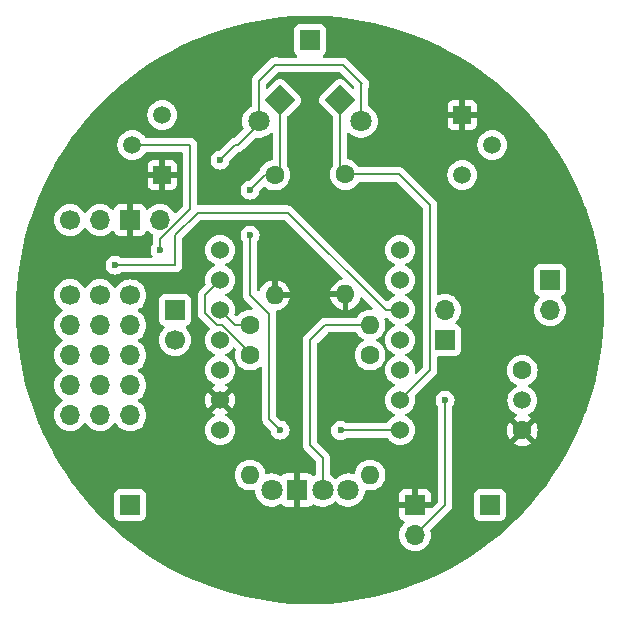
<source format=gbr>
%TF.GenerationSoftware,KiCad,Pcbnew,8.0.2-1*%
%TF.CreationDate,2025-03-04T20:19:02+09:00*%
%TF.ProjectId,test,74657374-2e6b-4696-9361-645f70636258,rev?*%
%TF.SameCoordinates,Original*%
%TF.FileFunction,Copper,L2,Bot*%
%TF.FilePolarity,Positive*%
%FSLAX46Y46*%
G04 Gerber Fmt 4.6, Leading zero omitted, Abs format (unit mm)*
G04 Created by KiCad (PCBNEW 8.0.2-1) date 2025-03-04 20:19:02*
%MOMM*%
%LPD*%
G01*
G04 APERTURE LIST*
G04 Aperture macros list*
%AMRotRect*
0 Rectangle, with rotation*
0 The origin of the aperture is its center*
0 $1 length*
0 $2 width*
0 $3 Rotation angle, in degrees counterclockwise*
0 Add horizontal line*
21,1,$1,$2,0,0,$3*%
G04 Aperture macros list end*
%TA.AperFunction,ComponentPad*%
%ADD10C,1.600000*%
%TD*%
%TA.AperFunction,ComponentPad*%
%ADD11O,1.600000X1.600000*%
%TD*%
%TA.AperFunction,ComponentPad*%
%ADD12C,1.700000*%
%TD*%
%TA.AperFunction,ComponentPad*%
%ADD13O,1.700000X1.700000*%
%TD*%
%TA.AperFunction,ComponentPad*%
%ADD14R,1.700000X1.700000*%
%TD*%
%TA.AperFunction,ComponentPad*%
%ADD15C,1.524000*%
%TD*%
%TA.AperFunction,ComponentPad*%
%ADD16C,1.500000*%
%TD*%
%TA.AperFunction,ComponentPad*%
%ADD17R,1.500000X1.500000*%
%TD*%
%TA.AperFunction,ComponentPad*%
%ADD18RotRect,1.800000X1.800000X225.000000*%
%TD*%
%TA.AperFunction,ComponentPad*%
%ADD19C,1.800000*%
%TD*%
%TA.AperFunction,ComponentPad*%
%ADD20RotRect,1.800000X1.800000X315.000000*%
%TD*%
%TA.AperFunction,ComponentPad*%
%ADD21R,1.800000X1.800000*%
%TD*%
%TA.AperFunction,ViaPad*%
%ADD22C,0.600000*%
%TD*%
%TA.AperFunction,Conductor*%
%ADD23C,0.200000*%
%TD*%
G04 APERTURE END LIST*
D10*
%TO.P,R1,1*%
%TO.N,Net-(U1-GPIO19{slash}D8{slash}SCK)*%
X139509500Y-107910000D03*
D11*
%TO.P,R1,2*%
%TO.N,Net-(D4-RA)*%
X139509500Y-118070000D03*
%TD*%
D10*
%TO.P,R2,1*%
%TO.N,Net-(U1-GPIO18{slash}D10{slash}MOSI)*%
X149669500Y-107910000D03*
D11*
%TO.P,R2,2*%
%TO.N,Net-(D4-GA)*%
X149669500Y-118070000D03*
%TD*%
D10*
%TO.P,R3,1*%
%TO.N,Net-(U1-GPIO20{slash}D9{slash}MISO)*%
X139509500Y-105370000D03*
D11*
%TO.P,R3,2*%
%TO.N,Net-(D4-BA)*%
X149669500Y-105370000D03*
%TD*%
D10*
%TO.P,R4,1*%
%TO.N,Net-(D1-K)*%
X141589500Y-92670000D03*
D11*
%TO.P,R4,2*%
%TO.N,GND*%
X141589500Y-102830000D03*
%TD*%
%TO.P,R5,2*%
%TO.N,GND*%
X147589500Y-102779200D03*
D10*
%TO.P,R5,1*%
%TO.N,Net-(D2-K)*%
X147589500Y-92619200D03*
%TD*%
D12*
%TO.P,J9,1,Pin_1*%
%TO.N,unconnected-(J9-Pin_1-Pad1)*%
X126809500Y-102830000D03*
D13*
%TO.P,J9,2,Pin_2*%
%TO.N,unconnected-(J9-Pin_2-Pad2)*%
X126809500Y-105370000D03*
%TO.P,J9,3,Pin_3*%
%TO.N,unconnected-(J9-Pin_3-Pad3)*%
X126809500Y-107910000D03*
%TO.P,J9,4,Pin_4*%
%TO.N,unconnected-(J9-Pin_4-Pad4)*%
X126809500Y-110450000D03*
%TO.P,J9,5,Pin_5*%
%TO.N,unconnected-(J9-Pin_5-Pad5)*%
X126809500Y-112990000D03*
%TD*%
D12*
%TO.P,J7,1,Pin_1*%
%TO.N,unconnected-(J7-Pin_1-Pad1)*%
X129369500Y-102860000D03*
D13*
%TO.P,J7,2,Pin_2*%
%TO.N,unconnected-(J7-Pin_2-Pad2)*%
X129369500Y-105400000D03*
%TO.P,J7,3,Pin_3*%
%TO.N,unconnected-(J7-Pin_3-Pad3)*%
X129369500Y-107940000D03*
%TO.P,J7,4,Pin_4*%
%TO.N,unconnected-(J7-Pin_4-Pad4)*%
X129369500Y-110480000D03*
%TO.P,J7,5,Pin_5*%
%TO.N,unconnected-(J7-Pin_5-Pad5)*%
X129369500Y-113020000D03*
%TD*%
D14*
%TO.P,J4,1,Pin_1*%
%TO.N,unconnected-(J4-Pin_1-Pad1)*%
X144589500Y-81240000D03*
%TD*%
D12*
%TO.P,J8,1,Pin_1*%
%TO.N,unconnected-(J8-Pin_1-Pad1)*%
X124269500Y-102830000D03*
D13*
%TO.P,J8,2,Pin_2*%
%TO.N,unconnected-(J8-Pin_2-Pad2)*%
X124269500Y-105370000D03*
%TO.P,J8,3,Pin_3*%
%TO.N,unconnected-(J8-Pin_3-Pad3)*%
X124269500Y-107910000D03*
%TO.P,J8,4,Pin_4*%
%TO.N,unconnected-(J8-Pin_4-Pad4)*%
X124269500Y-110450000D03*
%TO.P,J8,5,Pin_5*%
%TO.N,unconnected-(J8-Pin_5-Pad5)*%
X124269500Y-112990000D03*
%TD*%
D15*
%TO.P,U1,14,VBUS*%
%TO.N,unconnected-(U1-VBUS-Pad14)_0*%
X136969500Y-114260000D03*
%TO.P,U1,13,GND*%
%TO.N,GND*%
X136969500Y-111720000D03*
%TO.P,U1,12,3V3*%
%TO.N,Net-(D1-A)*%
X136969500Y-109180000D03*
%TO.P,U1,11,GPIO18/D10/MOSI*%
%TO.N,Net-(U1-GPIO18{slash}D10{slash}MOSI)*%
X136969500Y-106640000D03*
%TO.P,U1,10,GPIO20/D9/MISO*%
%TO.N,Net-(U1-GPIO20{slash}D9{slash}MISO)*%
X136969500Y-104100000D03*
%TO.P,U1,9,GPIO19/D8/SCK*%
%TO.N,Net-(U1-GPIO19{slash}D8{slash}SCK)*%
X136969500Y-101560000D03*
%TO.P,U1,8,GPIO17/D7/RX*%
%TO.N,unconnected-(U1-GPIO17{slash}D7{slash}RX-Pad8)*%
X136969500Y-99020000D03*
%TO.P,U1,7,GPIO16/D6/TX*%
%TO.N,unconnected-(U1-GPIO16{slash}D6{slash}TX-Pad7)_0*%
X152209500Y-99020000D03*
%TO.P,U1,6,GPIO23/D5/SCL*%
%TO.N,Net-(J3-Pin_2)*%
X152209500Y-101560000D03*
%TO.P,U1,5,GPIO22/D4/SDA*%
%TO.N,Net-(J3-Pin_1)*%
X152209500Y-104100000D03*
%TO.P,U1,4,GPIO21/D3*%
%TO.N,Net-(Q2-B)*%
X152209500Y-106640000D03*
%TO.P,U1,3,GPIO2/A2/D2*%
%TO.N,Net-(Q1-B)*%
X152209500Y-109180000D03*
%TO.P,U1,2,GPIO1/A1/D1*%
%TO.N,Net-(D2-K)*%
X152209500Y-111720000D03*
%TO.P,U1,1,GPIO0/A0/D0*%
%TO.N,Net-(D1-K)*%
X152209500Y-114260000D03*
%TD*%
D14*
%TO.P,J6,1,Pin_1*%
%TO.N,unconnected-(J6-Pin_1-Pad1)*%
X129349500Y-120610000D03*
%TD*%
D16*
%TO.P,SW1,1,B*%
%TO.N,Net-(J2-Pin_1)*%
X162560000Y-111760000D03*
D10*
%TO.P,SW1,2,C*%
%TO.N,unconnected-(SW1-C-Pad2)*%
X162560000Y-109220000D03*
%TO.P,SW1,3,A*%
%TO.N,GND*%
X162560000Y-114300000D03*
%TD*%
D17*
%TO.P,Q2,1,E*%
%TO.N,GND*%
X157480000Y-87590000D03*
D16*
%TO.P,Q2,2,C*%
%TO.N,Net-(M2--)*%
X160020000Y-90130000D03*
%TO.P,Q2,3,B*%
%TO.N,Net-(Q2-B)*%
X157480000Y-92670000D03*
%TD*%
D14*
%TO.P,M2,1,+*%
%TO.N,+3.3V*%
X156019500Y-106640000D03*
D13*
%TO.P,M2,2,-*%
%TO.N,Net-(M2--)*%
X156019500Y-104100000D03*
%TD*%
D18*
%TO.P,D1,1,K*%
%TO.N,Net-(D1-K)*%
X142049500Y-86320000D03*
D19*
%TO.P,D1,2,A*%
%TO.N,Net-(D1-A)*%
X140253449Y-88116051D03*
%TD*%
D12*
%TO.P,M1,1,+*%
%TO.N,+3.3V*%
X133159500Y-106640000D03*
D14*
%TO.P,M1,2,-*%
%TO.N,Net-(M1--)*%
X133159500Y-104100000D03*
%TD*%
%TO.P,J2,1,Pin_1*%
%TO.N,Net-(J2-Pin_1)*%
X164909500Y-101560000D03*
D13*
%TO.P,J2,2,Pin_2*%
%TO.N,+3.3V*%
X164909500Y-104100000D03*
%TD*%
D17*
%TO.P,Q1,1,E*%
%TO.N,GND*%
X132080000Y-92670000D03*
D16*
%TO.P,Q1,2,C*%
%TO.N,Net-(M1--)*%
X129540000Y-90130000D03*
%TO.P,Q1,3,B*%
%TO.N,Net-(Q1-B)*%
X132080000Y-87590000D03*
%TD*%
D19*
%TO.P,D2,2,A*%
%TO.N,Net-(D1-A)*%
X148925551Y-88116051D03*
D20*
%TO.P,D2,1,K*%
%TO.N,Net-(D2-K)*%
X147129500Y-86320000D03*
%TD*%
D13*
%TO.P,J1,2,Pin_2*%
%TO.N,+3.3V*%
X153479500Y-123150000D03*
D14*
%TO.P,J1,1,Pin_1*%
%TO.N,GND*%
X153479500Y-120610000D03*
%TD*%
%TO.P,J5,1,Pin_1*%
%TO.N,unconnected-(J5-Pin_1-Pad1)*%
X159829500Y-120610000D03*
%TD*%
D12*
%TO.P,J3,1,Pin_1*%
%TO.N,Net-(J3-Pin_1)*%
X124269500Y-96480000D03*
D13*
%TO.P,J3,2,Pin_2*%
%TO.N,Net-(J3-Pin_2)*%
X126809500Y-96480000D03*
D14*
%TO.P,J3,3,Pin_3*%
%TO.N,GND*%
X129349500Y-96480000D03*
D13*
%TO.P,J3,4,Pin_4*%
%TO.N,Net-(D1-A)*%
X131889500Y-96480000D03*
%TD*%
D19*
%TO.P,D4,1,RA*%
%TO.N,Net-(D4-RA)*%
X141349500Y-119340000D03*
D21*
%TO.P,D4,4,K*%
%TO.N,GND*%
X143508500Y-119340000D03*
D19*
%TO.P,D4,3,BA*%
%TO.N,Net-(D4-BA)*%
X145667500Y-119340000D03*
%TO.P,D4,2,GA*%
%TO.N,Net-(D4-GA)*%
X147826500Y-119340000D03*
%TD*%
D22*
%TO.N,Net-(J3-Pin_1)*%
X128079500Y-100290000D03*
%TO.N,Net-(D1-K)*%
X139509500Y-93940000D03*
X139509500Y-97750000D03*
X142049500Y-114260000D03*
X147169500Y-114300000D03*
%TO.N,Net-(M1--)*%
X131889500Y-99020000D03*
%TO.N,+3.3V*%
X156019500Y-111720000D03*
%TO.N,Net-(D1-A)*%
X136969500Y-91400000D03*
%TD*%
D23*
%TO.N,Net-(D1-A)*%
X148925551Y-88116051D02*
X148925551Y-85043949D01*
X148989500Y-84980000D02*
X147339500Y-83330000D01*
X148925551Y-85043949D02*
X148989500Y-84980000D01*
X147339500Y-83330000D02*
X141739500Y-83330000D01*
X141739500Y-83330000D02*
X141689500Y-83280000D01*
X141689500Y-83280000D02*
X140253449Y-84716051D01*
X140253449Y-84716051D02*
X140253449Y-88116051D01*
%TO.N,Net-(D2-K)*%
X147129500Y-86320000D02*
X147129500Y-92159200D01*
X147129500Y-92159200D02*
X147589500Y-92619200D01*
X147589500Y-92619200D02*
X152158700Y-92619200D01*
X154749500Y-95210000D02*
X154749500Y-109220000D01*
X152158700Y-92619200D02*
X154749500Y-95210000D01*
X154749500Y-109220000D02*
X152209500Y-111760000D01*
%TO.N,Net-(D1-K)*%
X141589500Y-92670000D02*
X140779500Y-92670000D01*
X140779500Y-92670000D02*
X139509500Y-93940000D01*
X142049500Y-86320000D02*
X142049500Y-92210000D01*
X142049500Y-92210000D02*
X141589500Y-92670000D01*
%TO.N,Net-(U1-GPIO20{slash}D9{slash}MISO)*%
X139509500Y-105370000D02*
X138199500Y-105370000D01*
X138199500Y-105370000D02*
X136969500Y-104140000D01*
%TO.N,Net-(U1-GPIO19{slash}D8{slash}SCK)*%
X139509500Y-107910000D02*
X139509500Y-107718105D01*
X139509500Y-107718105D02*
X137161395Y-105370000D01*
X137161395Y-105370000D02*
X136697605Y-105370000D01*
X136697605Y-105370000D02*
X135699500Y-104371895D01*
X135699500Y-104371895D02*
X135699500Y-102870000D01*
X135699500Y-102870000D02*
X136969500Y-101600000D01*
%TO.N,Net-(M1--)*%
X129540000Y-90130000D02*
X134429500Y-90130000D01*
X131889500Y-98106346D02*
X131889500Y-99020000D01*
X134429500Y-90130000D02*
X134429500Y-95566346D01*
X134429500Y-95566346D02*
X131889500Y-98106346D01*
%TO.N,Net-(D4-BA)*%
X145667500Y-119340000D02*
X145667500Y-116608000D01*
X144589500Y-115530000D02*
X144589500Y-106640000D01*
X145667500Y-116608000D02*
X144589500Y-115530000D01*
X145859500Y-105370000D02*
X149669500Y-105370000D01*
X144589500Y-106640000D02*
X145859500Y-105370000D01*
%TO.N,Net-(J3-Pin_1)*%
X142684500Y-95845000D02*
X150979500Y-104140000D01*
X150979500Y-104140000D02*
X152209500Y-104140000D01*
%TO.N,Net-(D1-K)*%
X142049500Y-114260000D02*
X141140000Y-113350500D01*
X139509500Y-102830000D02*
X139509500Y-97750000D01*
X141140000Y-113350500D02*
X141140000Y-104460500D01*
X141140000Y-104460500D02*
X139509500Y-102830000D01*
X147129500Y-114260000D02*
X147169500Y-114300000D01*
X152209500Y-114300000D02*
X147169500Y-114300000D01*
%TO.N,+3.3V*%
X153479500Y-123150000D02*
X156019500Y-120610000D01*
X156019500Y-120610000D02*
X156019500Y-111720000D01*
%TO.N,Net-(D1-A)*%
X138470000Y-90130000D02*
X140443949Y-88156051D01*
X136969500Y-91400000D02*
X138239500Y-90130000D01*
X138239500Y-90130000D02*
X138470000Y-90130000D01*
%TO.N,Net-(J3-Pin_1)*%
X135064500Y-95845000D02*
X142684500Y-95845000D01*
X133159500Y-97750000D02*
X135064500Y-95845000D01*
X133159500Y-100290000D02*
X133159500Y-97750000D01*
X128079500Y-100290000D02*
X133159500Y-100290000D01*
%TD*%
%TA.AperFunction,Conductor*%
%TO.N,GND*%
G36*
X145087020Y-79205520D02*
G01*
X146071424Y-79244687D01*
X146076346Y-79244981D01*
X147058421Y-79323254D01*
X147063291Y-79323740D01*
X148041510Y-79440999D01*
X148046362Y-79441678D01*
X149019163Y-79597738D01*
X149023953Y-79598605D01*
X149989772Y-79793216D01*
X149994532Y-79794274D01*
X150951856Y-80027129D01*
X150956552Y-80028370D01*
X151845827Y-80282516D01*
X151903856Y-80299100D01*
X151908572Y-80300549D01*
X152844339Y-80608718D01*
X152848926Y-80610330D01*
X153665503Y-80915739D01*
X153771722Y-80955466D01*
X153776305Y-80957285D01*
X154684633Y-81338827D01*
X154689104Y-81340811D01*
X155024286Y-81497560D01*
X155581525Y-81758155D01*
X155585949Y-81760332D01*
X156461065Y-82212821D01*
X156465399Y-82215172D01*
X157321849Y-82702104D01*
X157326086Y-82704626D01*
X158162485Y-83225213D01*
X158166618Y-83227901D01*
X158981679Y-83781341D01*
X158985672Y-83784170D01*
X159747976Y-84347335D01*
X159778078Y-84369573D01*
X159781976Y-84372574D01*
X160550503Y-84989032D01*
X160554258Y-84992169D01*
X160919593Y-85309892D01*
X161297660Y-85638688D01*
X161301315Y-85641997D01*
X162018407Y-86317540D01*
X162021903Y-86320966D01*
X162711592Y-87024508D01*
X162714966Y-87028089D01*
X163223614Y-87589997D01*
X163376129Y-87758481D01*
X163379364Y-87762201D01*
X164010953Y-88518286D01*
X164014039Y-88522133D01*
X164615087Y-89302752D01*
X164618016Y-89306718D01*
X165187528Y-90110579D01*
X165190298Y-90114658D01*
X165727409Y-90940539D01*
X165730015Y-90944725D01*
X166233876Y-91791319D01*
X166236313Y-91795605D01*
X166706114Y-92661554D01*
X166708379Y-92665934D01*
X167143394Y-93549903D01*
X167145482Y-93554370D01*
X167544984Y-94454877D01*
X167546894Y-94459423D01*
X167910298Y-95375147D01*
X167912025Y-95379765D01*
X168238724Y-96309183D01*
X168240267Y-96313867D01*
X168529771Y-97255580D01*
X168531116Y-97260288D01*
X168733913Y-98027291D01*
X168782948Y-98212748D01*
X168784113Y-98217539D01*
X168997878Y-99179256D01*
X168998852Y-99184089D01*
X169174213Y-100153543D01*
X169174994Y-100158412D01*
X169311673Y-101134059D01*
X169312260Y-101138954D01*
X169410046Y-102119297D01*
X169410437Y-102124213D01*
X169469167Y-103107622D01*
X169469363Y-103112549D01*
X169488950Y-104097535D01*
X169488950Y-104102465D01*
X169469363Y-105087450D01*
X169469167Y-105092377D01*
X169410437Y-106075786D01*
X169410046Y-106080702D01*
X169312260Y-107061045D01*
X169311673Y-107065940D01*
X169174994Y-108041587D01*
X169174213Y-108046456D01*
X168998852Y-109015910D01*
X168997878Y-109020743D01*
X168784113Y-109982460D01*
X168782948Y-109987251D01*
X168763941Y-110059139D01*
X168532461Y-110934630D01*
X168531126Y-110939678D01*
X168529771Y-110944419D01*
X168240267Y-111886132D01*
X168238724Y-111890816D01*
X167912025Y-112820234D01*
X167910298Y-112824852D01*
X167546894Y-113740576D01*
X167544984Y-113745122D01*
X167145482Y-114645629D01*
X167143394Y-114650096D01*
X166708379Y-115534065D01*
X166706114Y-115538445D01*
X166236313Y-116404394D01*
X166233876Y-116408680D01*
X165730015Y-117255274D01*
X165727409Y-117259460D01*
X165190298Y-118085341D01*
X165187528Y-118089420D01*
X164618016Y-118893281D01*
X164615087Y-118897247D01*
X164014039Y-119677866D01*
X164010953Y-119681713D01*
X163379364Y-120437798D01*
X163376129Y-120441518D01*
X162714973Y-121171902D01*
X162711592Y-121175491D01*
X162021916Y-121879020D01*
X162018394Y-121882472D01*
X161301315Y-122558002D01*
X161297660Y-122561311D01*
X160554272Y-123207818D01*
X160550488Y-123210979D01*
X159781985Y-123827418D01*
X159778078Y-123830426D01*
X158985687Y-124415818D01*
X158981663Y-124418669D01*
X158166618Y-124972098D01*
X158162485Y-124974786D01*
X157326086Y-125495373D01*
X157321849Y-125497895D01*
X156465399Y-125984827D01*
X156461065Y-125987178D01*
X155585949Y-126439667D01*
X155581525Y-126441844D01*
X154689122Y-126859180D01*
X154684615Y-126861180D01*
X153776305Y-127242714D01*
X153771722Y-127244533D01*
X152848958Y-127589657D01*
X152844306Y-127591292D01*
X151908569Y-127899450D01*
X151903856Y-127900899D01*
X150956587Y-128171619D01*
X150951820Y-128172879D01*
X149994559Y-128405719D01*
X149989745Y-128406789D01*
X149023984Y-128601388D01*
X149019132Y-128602266D01*
X148046378Y-128758318D01*
X148041495Y-128759002D01*
X147063309Y-128876257D01*
X147058403Y-128876746D01*
X146076346Y-128955018D01*
X146071424Y-128955312D01*
X145087020Y-128994480D01*
X145082090Y-128994578D01*
X144096910Y-128994578D01*
X144091980Y-128994480D01*
X143107575Y-128955312D01*
X143102653Y-128955018D01*
X142120596Y-128876746D01*
X142115690Y-128876257D01*
X141137504Y-128759002D01*
X141132621Y-128758318D01*
X140159867Y-128602266D01*
X140155015Y-128601388D01*
X139189254Y-128406789D01*
X139184440Y-128405719D01*
X138227179Y-128172879D01*
X138222412Y-128171619D01*
X137275143Y-127900899D01*
X137270430Y-127899450D01*
X136334693Y-127591292D01*
X136330041Y-127589657D01*
X135407277Y-127244533D01*
X135402694Y-127242714D01*
X134494384Y-126861180D01*
X134489877Y-126859180D01*
X133597474Y-126441844D01*
X133593050Y-126439667D01*
X132717934Y-125987178D01*
X132713600Y-125984827D01*
X131857150Y-125497895D01*
X131852913Y-125495373D01*
X131016514Y-124974786D01*
X131012381Y-124972098D01*
X130197336Y-124418669D01*
X130193312Y-124415818D01*
X130069072Y-124324034D01*
X129400918Y-123830424D01*
X129397014Y-123827418D01*
X128845975Y-123385413D01*
X128628501Y-123210971D01*
X128624727Y-123207818D01*
X128558244Y-123149999D01*
X152123841Y-123149999D01*
X152123841Y-123150000D01*
X152144436Y-123385403D01*
X152144438Y-123385413D01*
X152205594Y-123613655D01*
X152205596Y-123613659D01*
X152205597Y-123613663D01*
X152291878Y-123798692D01*
X152305465Y-123827830D01*
X152305467Y-123827834D01*
X152413781Y-123982521D01*
X152441005Y-124021401D01*
X152608099Y-124188495D01*
X152704884Y-124256265D01*
X152801665Y-124324032D01*
X152801667Y-124324033D01*
X152801670Y-124324035D01*
X153015837Y-124423903D01*
X153244092Y-124485063D01*
X153432418Y-124501539D01*
X153479499Y-124505659D01*
X153479500Y-124505659D01*
X153479501Y-124505659D01*
X153518734Y-124502226D01*
X153714908Y-124485063D01*
X153943163Y-124423903D01*
X154157330Y-124324035D01*
X154350901Y-124188495D01*
X154517995Y-124021401D01*
X154653535Y-123827830D01*
X154753403Y-123613663D01*
X154814563Y-123385408D01*
X154835159Y-123150000D01*
X154814563Y-122914592D01*
X154780171Y-122786239D01*
X154781834Y-122716393D01*
X154812263Y-122666470D01*
X156378006Y-121100728D01*
X156378011Y-121100724D01*
X156388214Y-121090520D01*
X156388216Y-121090520D01*
X156500020Y-120978716D01*
X156579077Y-120841784D01*
X156620000Y-120689057D01*
X156620000Y-119712135D01*
X158479000Y-119712135D01*
X158479000Y-121507870D01*
X158479001Y-121507876D01*
X158485408Y-121567483D01*
X158535702Y-121702328D01*
X158535706Y-121702335D01*
X158621952Y-121817544D01*
X158621955Y-121817547D01*
X158737164Y-121903793D01*
X158737171Y-121903797D01*
X158872017Y-121954091D01*
X158872016Y-121954091D01*
X158878944Y-121954835D01*
X158931627Y-121960500D01*
X160727372Y-121960499D01*
X160786983Y-121954091D01*
X160921831Y-121903796D01*
X161037046Y-121817546D01*
X161123296Y-121702331D01*
X161173591Y-121567483D01*
X161180000Y-121507873D01*
X161179999Y-119712128D01*
X161173591Y-119652517D01*
X161160085Y-119616306D01*
X161123297Y-119517671D01*
X161123293Y-119517664D01*
X161037047Y-119402455D01*
X161037044Y-119402452D01*
X160921835Y-119316206D01*
X160921828Y-119316202D01*
X160786982Y-119265908D01*
X160786983Y-119265908D01*
X160727383Y-119259501D01*
X160727381Y-119259500D01*
X160727373Y-119259500D01*
X160727364Y-119259500D01*
X158931629Y-119259500D01*
X158931623Y-119259501D01*
X158872016Y-119265908D01*
X158737171Y-119316202D01*
X158737164Y-119316206D01*
X158621955Y-119402452D01*
X158621952Y-119402455D01*
X158535706Y-119517664D01*
X158535702Y-119517671D01*
X158485408Y-119652517D01*
X158480294Y-119700090D01*
X158479001Y-119712123D01*
X158479000Y-119712135D01*
X156620000Y-119712135D01*
X156620000Y-112302412D01*
X156639685Y-112235373D01*
X156647055Y-112225097D01*
X156649310Y-112222267D01*
X156649316Y-112222262D01*
X156745289Y-112069522D01*
X156804868Y-111899255D01*
X156806347Y-111886132D01*
X156825065Y-111720003D01*
X156825065Y-111719996D01*
X156804869Y-111540750D01*
X156804868Y-111540745D01*
X156772090Y-111447070D01*
X156745289Y-111370478D01*
X156733298Y-111351395D01*
X156649315Y-111217737D01*
X156521762Y-111090184D01*
X156369023Y-110994211D01*
X156198754Y-110934631D01*
X156198749Y-110934630D01*
X156019504Y-110914435D01*
X156019496Y-110914435D01*
X155840250Y-110934630D01*
X155840245Y-110934631D01*
X155669976Y-110994211D01*
X155517237Y-111090184D01*
X155389684Y-111217737D01*
X155293711Y-111370476D01*
X155234131Y-111540745D01*
X155234130Y-111540750D01*
X155213935Y-111719996D01*
X155213935Y-111720003D01*
X155234130Y-111899249D01*
X155234131Y-111899254D01*
X155293711Y-112069523D01*
X155346447Y-112153451D01*
X155368991Y-112189330D01*
X155389685Y-112222263D01*
X155391945Y-112225097D01*
X155392834Y-112227275D01*
X155393389Y-112228158D01*
X155393234Y-112228255D01*
X155418355Y-112289783D01*
X155419000Y-112302412D01*
X155419000Y-120309902D01*
X155399315Y-120376941D01*
X155382681Y-120397583D01*
X154956583Y-120823681D01*
X154895260Y-120857166D01*
X154868902Y-120860000D01*
X153912512Y-120860000D01*
X153945425Y-120802993D01*
X153979500Y-120675826D01*
X153979500Y-120544174D01*
X153945425Y-120417007D01*
X153912512Y-120360000D01*
X154829500Y-120360000D01*
X154829500Y-119712172D01*
X154829499Y-119712155D01*
X154823098Y-119652627D01*
X154823096Y-119652620D01*
X154772854Y-119517913D01*
X154772850Y-119517906D01*
X154686690Y-119402812D01*
X154686687Y-119402809D01*
X154571593Y-119316649D01*
X154571586Y-119316645D01*
X154436879Y-119266403D01*
X154436872Y-119266401D01*
X154377344Y-119260000D01*
X153729500Y-119260000D01*
X153729500Y-120176988D01*
X153672493Y-120144075D01*
X153545326Y-120110000D01*
X153413674Y-120110000D01*
X153286507Y-120144075D01*
X153229500Y-120176988D01*
X153229500Y-119260000D01*
X152581655Y-119260000D01*
X152522127Y-119266401D01*
X152522120Y-119266403D01*
X152387413Y-119316645D01*
X152387406Y-119316649D01*
X152272312Y-119402809D01*
X152272309Y-119402812D01*
X152186149Y-119517906D01*
X152186145Y-119517913D01*
X152135903Y-119652620D01*
X152135901Y-119652627D01*
X152129500Y-119712155D01*
X152129500Y-120360000D01*
X153046488Y-120360000D01*
X153013575Y-120417007D01*
X152979500Y-120544174D01*
X152979500Y-120675826D01*
X153013575Y-120802993D01*
X153046488Y-120860000D01*
X152129500Y-120860000D01*
X152129500Y-121507844D01*
X152135901Y-121567372D01*
X152135903Y-121567379D01*
X152186145Y-121702086D01*
X152186149Y-121702093D01*
X152272309Y-121817187D01*
X152272312Y-121817190D01*
X152387406Y-121903350D01*
X152387413Y-121903354D01*
X152518970Y-121952421D01*
X152574903Y-121994292D01*
X152599321Y-122059756D01*
X152584470Y-122128029D01*
X152563319Y-122156284D01*
X152441003Y-122278600D01*
X152305465Y-122472169D01*
X152305464Y-122472171D01*
X152205598Y-122686335D01*
X152205594Y-122686344D01*
X152144438Y-122914586D01*
X152144436Y-122914596D01*
X152123841Y-123149999D01*
X128558244Y-123149999D01*
X127881339Y-122561311D01*
X127877684Y-122558002D01*
X127279303Y-121994292D01*
X127160592Y-121882459D01*
X127157096Y-121879032D01*
X126467398Y-121175481D01*
X126464026Y-121171902D01*
X126407991Y-121110000D01*
X125802869Y-120441517D01*
X125799635Y-120437798D01*
X125193459Y-119712135D01*
X127999000Y-119712135D01*
X127999000Y-121507870D01*
X127999001Y-121507876D01*
X128005408Y-121567483D01*
X128055702Y-121702328D01*
X128055706Y-121702335D01*
X128141952Y-121817544D01*
X128141955Y-121817547D01*
X128257164Y-121903793D01*
X128257171Y-121903797D01*
X128392017Y-121954091D01*
X128392016Y-121954091D01*
X128398944Y-121954835D01*
X128451627Y-121960500D01*
X130247372Y-121960499D01*
X130306983Y-121954091D01*
X130441831Y-121903796D01*
X130557046Y-121817546D01*
X130643296Y-121702331D01*
X130693591Y-121567483D01*
X130700000Y-121507873D01*
X130699999Y-119712128D01*
X130693591Y-119652517D01*
X130680085Y-119616306D01*
X130643297Y-119517671D01*
X130643293Y-119517664D01*
X130557047Y-119402455D01*
X130557044Y-119402452D01*
X130441835Y-119316206D01*
X130441828Y-119316202D01*
X130306982Y-119265908D01*
X130306983Y-119265908D01*
X130247383Y-119259501D01*
X130247381Y-119259500D01*
X130247373Y-119259500D01*
X130247364Y-119259500D01*
X128451629Y-119259500D01*
X128451623Y-119259501D01*
X128392016Y-119265908D01*
X128257171Y-119316202D01*
X128257164Y-119316206D01*
X128141955Y-119402452D01*
X128141952Y-119402455D01*
X128055706Y-119517664D01*
X128055702Y-119517671D01*
X128005408Y-119652517D01*
X128000294Y-119700090D01*
X127999001Y-119712123D01*
X127999000Y-119712135D01*
X125193459Y-119712135D01*
X125168046Y-119681713D01*
X125164960Y-119677866D01*
X125038554Y-119513694D01*
X124563907Y-118897241D01*
X124560983Y-118893281D01*
X124554195Y-118883700D01*
X123991464Y-118089410D01*
X123988701Y-118085341D01*
X123987054Y-118082809D01*
X123451590Y-117259460D01*
X123448984Y-117255274D01*
X122945123Y-116408680D01*
X122942686Y-116404394D01*
X122790103Y-116123149D01*
X122472877Y-115538430D01*
X122470620Y-115534065D01*
X122467302Y-115527323D01*
X122035600Y-114650086D01*
X122033517Y-114645629D01*
X122022182Y-114620080D01*
X121639612Y-113757738D01*
X121634015Y-113745122D01*
X121632105Y-113740576D01*
X121586248Y-113625023D01*
X121268691Y-112824826D01*
X121266984Y-112820262D01*
X120940267Y-111890794D01*
X120938732Y-111886132D01*
X120649219Y-110944387D01*
X120647892Y-110939745D01*
X120396042Y-109987217D01*
X120394886Y-109982460D01*
X120363120Y-109839547D01*
X120181114Y-109020710D01*
X120180153Y-109015944D01*
X120004782Y-108046433D01*
X120004005Y-108041587D01*
X119997235Y-107993258D01*
X119867321Y-107065900D01*
X119866743Y-107061085D01*
X119768950Y-106080668D01*
X119768564Y-106075822D01*
X119709830Y-105092331D01*
X119709637Y-105087497D01*
X119690049Y-104102463D01*
X119690049Y-104097535D01*
X119693542Y-103921894D01*
X119709637Y-103112500D01*
X119709830Y-103107670D01*
X119726413Y-102829999D01*
X122913841Y-102829999D01*
X122913841Y-102830000D01*
X122934436Y-103065403D01*
X122934438Y-103065413D01*
X122995594Y-103293655D01*
X122995596Y-103293659D01*
X122995597Y-103293663D01*
X123059957Y-103431682D01*
X123095465Y-103507830D01*
X123095467Y-103507834D01*
X123203781Y-103662521D01*
X123231001Y-103701396D01*
X123231006Y-103701402D01*
X123398097Y-103868493D01*
X123398103Y-103868498D01*
X123583658Y-103998425D01*
X123627283Y-104053002D01*
X123634477Y-104122500D01*
X123602954Y-104184855D01*
X123583658Y-104201575D01*
X123398097Y-104331505D01*
X123231005Y-104498597D01*
X123095465Y-104692169D01*
X123095464Y-104692171D01*
X122995598Y-104906335D01*
X122995594Y-104906344D01*
X122934438Y-105134586D01*
X122934436Y-105134596D01*
X122913841Y-105369999D01*
X122913841Y-105370000D01*
X122934436Y-105605403D01*
X122934438Y-105605413D01*
X122995594Y-105833655D01*
X122995596Y-105833659D01*
X122995597Y-105833663D01*
X123060727Y-105973334D01*
X123095465Y-106047830D01*
X123095467Y-106047834D01*
X123203781Y-106202521D01*
X123231001Y-106241396D01*
X123231006Y-106241402D01*
X123398097Y-106408493D01*
X123398103Y-106408498D01*
X123583658Y-106538425D01*
X123627283Y-106593002D01*
X123634477Y-106662500D01*
X123602954Y-106724855D01*
X123583658Y-106741575D01*
X123398097Y-106871505D01*
X123231005Y-107038597D01*
X123095465Y-107232169D01*
X123095464Y-107232171D01*
X122995598Y-107446335D01*
X122995594Y-107446344D01*
X122934438Y-107674586D01*
X122934436Y-107674596D01*
X122913841Y-107909999D01*
X122913841Y-107910000D01*
X122934436Y-108145403D01*
X122934438Y-108145413D01*
X122995594Y-108373655D01*
X122995596Y-108373659D01*
X122995597Y-108373663D01*
X123009587Y-108403664D01*
X123095465Y-108587830D01*
X123095467Y-108587834D01*
X123178461Y-108706361D01*
X123231001Y-108781396D01*
X123231006Y-108781402D01*
X123398097Y-108948493D01*
X123398103Y-108948498D01*
X123583658Y-109078425D01*
X123627283Y-109133002D01*
X123634477Y-109202500D01*
X123602954Y-109264855D01*
X123583658Y-109281575D01*
X123398097Y-109411505D01*
X123231005Y-109578597D01*
X123095465Y-109772169D01*
X123095464Y-109772171D01*
X122995598Y-109986335D01*
X122995594Y-109986344D01*
X122934438Y-110214586D01*
X122934436Y-110214596D01*
X122913841Y-110449999D01*
X122913841Y-110450000D01*
X122934436Y-110685403D01*
X122934438Y-110685413D01*
X122995594Y-110913655D01*
X122995596Y-110913659D01*
X122995597Y-110913663D01*
X123077910Y-111090184D01*
X123095465Y-111127830D01*
X123095467Y-111127834D01*
X123158419Y-111217738D01*
X123231001Y-111321396D01*
X123231006Y-111321402D01*
X123398097Y-111488493D01*
X123398103Y-111488498D01*
X123583658Y-111618425D01*
X123627283Y-111673002D01*
X123634477Y-111742500D01*
X123602954Y-111804855D01*
X123583658Y-111821575D01*
X123398097Y-111951505D01*
X123231005Y-112118597D01*
X123095465Y-112312169D01*
X123095464Y-112312171D01*
X122995598Y-112526335D01*
X122995594Y-112526344D01*
X122934438Y-112754586D01*
X122934436Y-112754596D01*
X122913841Y-112989999D01*
X122913841Y-112990000D01*
X122934436Y-113225403D01*
X122934438Y-113225413D01*
X122995594Y-113453655D01*
X122995596Y-113453659D01*
X122995597Y-113453663D01*
X123051810Y-113574211D01*
X123095465Y-113667830D01*
X123095467Y-113667834D01*
X123158419Y-113757738D01*
X123231005Y-113861401D01*
X123398099Y-114028495D01*
X123440948Y-114058498D01*
X123591665Y-114164032D01*
X123591667Y-114164033D01*
X123591670Y-114164035D01*
X123805837Y-114263903D01*
X124034092Y-114325063D01*
X124203173Y-114339856D01*
X124269499Y-114345659D01*
X124269500Y-114345659D01*
X124269501Y-114345659D01*
X124308734Y-114342226D01*
X124504908Y-114325063D01*
X124733163Y-114263903D01*
X124947330Y-114164035D01*
X125140901Y-114028495D01*
X125307995Y-113861401D01*
X125437925Y-113675842D01*
X125492502Y-113632217D01*
X125562000Y-113625023D01*
X125624355Y-113656546D01*
X125641075Y-113675842D01*
X125771000Y-113861395D01*
X125771005Y-113861401D01*
X125938099Y-114028495D01*
X125980948Y-114058498D01*
X126131665Y-114164032D01*
X126131667Y-114164033D01*
X126131670Y-114164035D01*
X126345837Y-114263903D01*
X126574092Y-114325063D01*
X126743173Y-114339856D01*
X126809499Y-114345659D01*
X126809500Y-114345659D01*
X126809501Y-114345659D01*
X126848734Y-114342226D01*
X127044908Y-114325063D01*
X127273163Y-114263903D01*
X127487330Y-114164035D01*
X127680901Y-114028495D01*
X127847995Y-113861401D01*
X127979161Y-113674075D01*
X128033737Y-113630452D01*
X128103235Y-113623258D01*
X128165590Y-113654781D01*
X128193115Y-113692791D01*
X128195463Y-113697827D01*
X128195467Y-113697834D01*
X128288726Y-113831020D01*
X128331005Y-113891401D01*
X128498099Y-114058495D01*
X128587001Y-114120745D01*
X128691665Y-114194032D01*
X128691667Y-114194033D01*
X128691670Y-114194035D01*
X128905837Y-114293903D01*
X128905843Y-114293904D01*
X128905844Y-114293905D01*
X128928599Y-114300002D01*
X129134092Y-114355063D01*
X129322418Y-114371539D01*
X129369499Y-114375659D01*
X129369500Y-114375659D01*
X129369501Y-114375659D01*
X129408734Y-114372226D01*
X129604908Y-114355063D01*
X129833163Y-114293903D01*
X130047330Y-114194035D01*
X130240901Y-114058495D01*
X130407995Y-113891401D01*
X130543535Y-113697830D01*
X130643403Y-113483663D01*
X130704563Y-113255408D01*
X130725159Y-113020000D01*
X130722768Y-112992677D01*
X130717707Y-112934826D01*
X130704563Y-112784592D01*
X130643403Y-112556337D01*
X130543535Y-112342171D01*
X130539161Y-112335923D01*
X130407994Y-112148597D01*
X130240902Y-111981506D01*
X130240896Y-111981501D01*
X130055342Y-111851575D01*
X130011717Y-111796998D01*
X130004523Y-111727500D01*
X130036046Y-111665145D01*
X130055342Y-111648425D01*
X130098186Y-111618425D01*
X130240901Y-111518495D01*
X130407995Y-111351401D01*
X130543535Y-111157830D01*
X130643403Y-110943663D01*
X130704563Y-110715408D01*
X130725159Y-110480000D01*
X130722768Y-110452677D01*
X130716766Y-110384066D01*
X130704563Y-110244592D01*
X130643403Y-110016337D01*
X130543535Y-109802171D01*
X130539161Y-109795923D01*
X130407994Y-109608597D01*
X130240902Y-109441506D01*
X130240896Y-109441501D01*
X130055342Y-109311575D01*
X130011717Y-109256998D01*
X130004523Y-109187500D01*
X130036046Y-109125145D01*
X130055342Y-109108425D01*
X130098186Y-109078425D01*
X130240901Y-108978495D01*
X130407995Y-108811401D01*
X130543535Y-108617830D01*
X130643403Y-108403663D01*
X130704563Y-108175408D01*
X130725159Y-107940000D01*
X130722768Y-107912677D01*
X130717070Y-107847544D01*
X130704563Y-107704592D01*
X130643403Y-107476337D01*
X130543535Y-107262171D01*
X130540102Y-107257267D01*
X130407994Y-107068597D01*
X130240902Y-106901506D01*
X130240896Y-106901501D01*
X130055342Y-106771575D01*
X130011717Y-106716998D01*
X130004523Y-106647500D01*
X130008315Y-106639999D01*
X131803841Y-106639999D01*
X131803841Y-106640000D01*
X131824436Y-106875403D01*
X131824438Y-106875413D01*
X131885594Y-107103655D01*
X131885596Y-107103659D01*
X131885597Y-107103663D01*
X131980294Y-107306740D01*
X131985465Y-107317830D01*
X131985467Y-107317834D01*
X132077525Y-107449305D01*
X132121005Y-107511401D01*
X132288099Y-107678495D01*
X132372411Y-107737531D01*
X132481665Y-107814032D01*
X132481667Y-107814033D01*
X132481670Y-107814035D01*
X132695837Y-107913903D01*
X132924092Y-107975063D01*
X133112418Y-107991539D01*
X133159499Y-107995659D01*
X133159500Y-107995659D01*
X133159501Y-107995659D01*
X133198734Y-107992226D01*
X133394908Y-107975063D01*
X133623163Y-107913903D01*
X133837330Y-107814035D01*
X134030901Y-107678495D01*
X134197995Y-107511401D01*
X134333535Y-107317830D01*
X134433403Y-107103663D01*
X134494563Y-106875408D01*
X134515159Y-106640000D01*
X134513190Y-106617500D01*
X134502960Y-106500567D01*
X134494563Y-106404592D01*
X134441500Y-106206554D01*
X134433405Y-106176344D01*
X134433404Y-106176343D01*
X134433403Y-106176337D01*
X134333535Y-105962171D01*
X134264559Y-105863663D01*
X134197996Y-105768600D01*
X134145571Y-105716175D01*
X134076067Y-105646671D01*
X134042584Y-105585351D01*
X134047568Y-105515659D01*
X134089439Y-105459725D01*
X134120415Y-105442810D01*
X134251831Y-105393796D01*
X134367046Y-105307546D01*
X134453296Y-105192331D01*
X134503591Y-105057483D01*
X134510000Y-104997873D01*
X134510000Y-104450949D01*
X135098998Y-104450949D01*
X135139923Y-104603680D01*
X135168858Y-104653795D01*
X135168859Y-104653799D01*
X135168860Y-104653799D01*
X135215866Y-104735218D01*
X135218979Y-104740609D01*
X135218981Y-104740612D01*
X135337849Y-104859480D01*
X135337855Y-104859485D01*
X136063529Y-105585160D01*
X136097014Y-105646483D01*
X136092030Y-105716175D01*
X136063531Y-105760521D01*
X135998672Y-105825380D01*
X135871966Y-106006338D01*
X135871965Y-106006340D01*
X135778607Y-106206548D01*
X135778604Y-106206554D01*
X135721430Y-106419929D01*
X135721429Y-106419937D01*
X135702177Y-106639997D01*
X135702177Y-106640002D01*
X135721429Y-106860062D01*
X135721430Y-106860070D01*
X135778604Y-107073445D01*
X135778605Y-107073447D01*
X135778606Y-107073450D01*
X135792695Y-107103664D01*
X135871966Y-107273662D01*
X135871968Y-107273666D01*
X135998670Y-107454615D01*
X135998675Y-107454621D01*
X136154878Y-107610824D01*
X136154884Y-107610829D01*
X136335833Y-107737531D01*
X136335835Y-107737532D01*
X136335838Y-107737534D01*
X136455248Y-107793215D01*
X136464689Y-107797618D01*
X136517128Y-107843790D01*
X136536280Y-107910984D01*
X136516064Y-107977865D01*
X136464689Y-108022382D01*
X136335840Y-108082465D01*
X136335838Y-108082466D01*
X136154877Y-108209175D01*
X135998675Y-108365377D01*
X135871966Y-108546338D01*
X135871965Y-108546340D01*
X135778607Y-108746548D01*
X135778604Y-108746554D01*
X135721430Y-108959929D01*
X135721429Y-108959937D01*
X135702177Y-109179997D01*
X135702177Y-109180002D01*
X135721429Y-109400062D01*
X135721430Y-109400070D01*
X135778604Y-109613445D01*
X135778605Y-109613447D01*
X135778606Y-109613450D01*
X135823969Y-109710732D01*
X135871966Y-109813662D01*
X135871968Y-109813666D01*
X135998670Y-109994615D01*
X135998675Y-109994621D01*
X136154878Y-110150824D01*
X136154884Y-110150829D01*
X136335833Y-110277531D01*
X136335835Y-110277532D01*
X136335838Y-110277534D01*
X136464689Y-110337618D01*
X136465281Y-110337894D01*
X136517720Y-110384066D01*
X136536872Y-110451260D01*
X136516656Y-110518141D01*
X136465281Y-110562658D01*
X136336090Y-110622901D01*
X136271311Y-110668258D01*
X136885405Y-111282352D01*
X136797929Y-111305792D01*
X136696570Y-111364311D01*
X136613811Y-111447070D01*
X136555292Y-111548429D01*
X136531852Y-111635905D01*
X135917758Y-111021811D01*
X135872401Y-111086590D01*
X135779079Y-111286720D01*
X135779075Y-111286729D01*
X135721926Y-111500013D01*
X135721924Y-111500023D01*
X135702679Y-111719999D01*
X135702679Y-111720000D01*
X135721924Y-111939976D01*
X135721926Y-111939986D01*
X135779075Y-112153270D01*
X135779080Y-112153284D01*
X135872398Y-112353405D01*
X135872401Y-112353411D01*
X135917758Y-112418187D01*
X135917759Y-112418188D01*
X136531852Y-111804094D01*
X136555292Y-111891571D01*
X136613811Y-111992930D01*
X136696570Y-112075689D01*
X136797929Y-112134208D01*
X136885405Y-112157647D01*
X136271310Y-112771740D01*
X136336089Y-112817098D01*
X136465281Y-112877342D01*
X136517720Y-112923514D01*
X136536872Y-112990708D01*
X136516656Y-113057589D01*
X136465281Y-113102106D01*
X136335840Y-113162465D01*
X136335838Y-113162466D01*
X136154877Y-113289175D01*
X135998675Y-113445377D01*
X135871966Y-113626338D01*
X135871965Y-113626340D01*
X135778607Y-113826548D01*
X135778604Y-113826554D01*
X135721430Y-114039929D01*
X135721429Y-114039937D01*
X135702177Y-114259997D01*
X135702177Y-114260002D01*
X135721429Y-114480062D01*
X135721430Y-114480070D01*
X135778604Y-114693445D01*
X135778605Y-114693447D01*
X135778606Y-114693450D01*
X135829346Y-114802262D01*
X135871966Y-114893662D01*
X135871968Y-114893666D01*
X135998670Y-115074615D01*
X135998675Y-115074621D01*
X136154878Y-115230824D01*
X136154884Y-115230829D01*
X136335833Y-115357531D01*
X136335835Y-115357532D01*
X136335838Y-115357534D01*
X136536050Y-115450894D01*
X136749432Y-115508070D01*
X136906623Y-115521822D01*
X136969498Y-115527323D01*
X136969500Y-115527323D01*
X136969502Y-115527323D01*
X137024517Y-115522509D01*
X137189568Y-115508070D01*
X137402950Y-115450894D01*
X137603162Y-115357534D01*
X137784120Y-115230826D01*
X137940326Y-115074620D01*
X138067034Y-114893662D01*
X138160394Y-114693450D01*
X138217570Y-114480068D01*
X138235202Y-114278533D01*
X138236823Y-114260002D01*
X138236823Y-114259997D01*
X138221141Y-114080750D01*
X138217570Y-114039932D01*
X138160394Y-113826550D01*
X138067034Y-113626339D01*
X138002525Y-113534210D01*
X137940327Y-113445381D01*
X137924244Y-113429298D01*
X137784120Y-113289174D01*
X137784116Y-113289171D01*
X137784115Y-113289170D01*
X137603166Y-113162468D01*
X137603162Y-113162466D01*
X137473718Y-113102105D01*
X137421279Y-113055932D01*
X137402127Y-112988739D01*
X137422343Y-112921858D01*
X137473719Y-112877340D01*
X137602916Y-112817095D01*
X137602917Y-112817094D01*
X137667688Y-112771741D01*
X137053595Y-112157647D01*
X137141071Y-112134208D01*
X137242430Y-112075689D01*
X137325189Y-111992930D01*
X137383708Y-111891571D01*
X137407147Y-111804094D01*
X138021241Y-112418188D01*
X138066594Y-112353417D01*
X138066600Y-112353407D01*
X138159919Y-112153284D01*
X138159924Y-112153270D01*
X138217073Y-111939986D01*
X138217075Y-111939976D01*
X138236321Y-111720000D01*
X138236321Y-111719999D01*
X138217075Y-111500023D01*
X138217073Y-111500013D01*
X138159924Y-111286729D01*
X138159920Y-111286720D01*
X138066596Y-111086586D01*
X138021241Y-111021811D01*
X138021240Y-111021810D01*
X137407147Y-111635904D01*
X137383708Y-111548429D01*
X137325189Y-111447070D01*
X137242430Y-111364311D01*
X137141071Y-111305792D01*
X137053595Y-111282352D01*
X137667688Y-110668259D01*
X137667687Y-110668258D01*
X137602911Y-110622901D01*
X137602905Y-110622898D01*
X137473719Y-110562658D01*
X137421279Y-110516486D01*
X137402127Y-110449293D01*
X137422343Y-110382411D01*
X137473719Y-110337894D01*
X137474311Y-110337618D01*
X137603162Y-110277534D01*
X137784120Y-110150826D01*
X137940326Y-109994620D01*
X138067034Y-109813662D01*
X138160394Y-109613450D01*
X138217570Y-109400068D01*
X138236823Y-109180000D01*
X138233038Y-109136741D01*
X138228427Y-109084035D01*
X138217570Y-108959932D01*
X138160394Y-108746550D01*
X138067034Y-108546339D01*
X137951164Y-108380858D01*
X137940327Y-108365381D01*
X137931434Y-108356488D01*
X137784120Y-108209174D01*
X137784116Y-108209171D01*
X137784115Y-108209170D01*
X137603166Y-108082468D01*
X137603158Y-108082464D01*
X137474311Y-108022382D01*
X137421871Y-107976210D01*
X137402719Y-107909017D01*
X137422935Y-107842135D01*
X137474311Y-107797618D01*
X137480302Y-107794824D01*
X137603162Y-107737534D01*
X137784120Y-107610826D01*
X137940326Y-107454620D01*
X138043550Y-107307200D01*
X138098124Y-107263577D01*
X138167623Y-107256383D01*
X138229978Y-107287905D01*
X138232804Y-107290644D01*
X138260450Y-107318290D01*
X138293935Y-107379613D01*
X138288951Y-107449305D01*
X138285157Y-107458363D01*
X138282764Y-107463494D01*
X138282758Y-107463511D01*
X138223866Y-107683302D01*
X138223864Y-107683313D01*
X138204032Y-107909998D01*
X138204032Y-107910001D01*
X138223864Y-108136686D01*
X138223866Y-108136697D01*
X138282758Y-108356488D01*
X138282761Y-108356497D01*
X138378931Y-108562732D01*
X138378932Y-108562734D01*
X138509454Y-108749141D01*
X138670358Y-108910045D01*
X138717193Y-108942839D01*
X138856766Y-109040568D01*
X139063004Y-109136739D01*
X139282808Y-109195635D01*
X139444730Y-109209801D01*
X139509498Y-109215468D01*
X139509500Y-109215468D01*
X139509502Y-109215468D01*
X139571999Y-109210000D01*
X139736192Y-109195635D01*
X139955996Y-109136739D01*
X140162234Y-109040568D01*
X140344377Y-108913030D01*
X140410583Y-108890704D01*
X140478350Y-108907714D01*
X140526163Y-108958663D01*
X140539500Y-109014606D01*
X140539500Y-113263830D01*
X140539499Y-113263848D01*
X140539499Y-113429554D01*
X140539498Y-113429554D01*
X140578343Y-113574526D01*
X140580423Y-113582285D01*
X140596135Y-113609499D01*
X140596136Y-113609501D01*
X140596137Y-113609501D01*
X140622279Y-113654781D01*
X140659479Y-113719214D01*
X140659481Y-113719217D01*
X140778349Y-113838085D01*
X140778355Y-113838090D01*
X141218798Y-114278533D01*
X141252283Y-114339856D01*
X141254337Y-114352330D01*
X141264130Y-114439249D01*
X141323710Y-114609521D01*
X141376447Y-114693451D01*
X141419684Y-114762262D01*
X141547238Y-114889816D01*
X141699978Y-114985789D01*
X141870245Y-115045368D01*
X141870250Y-115045369D01*
X142049496Y-115065565D01*
X142049500Y-115065565D01*
X142049504Y-115065565D01*
X142228749Y-115045369D01*
X142228752Y-115045368D01*
X142228755Y-115045368D01*
X142399022Y-114985789D01*
X142551762Y-114889816D01*
X142679316Y-114762262D01*
X142775289Y-114609522D01*
X142834868Y-114439255D01*
X142834869Y-114439249D01*
X142855065Y-114260003D01*
X142855065Y-114259996D01*
X142834869Y-114080750D01*
X142834868Y-114080745D01*
X142799588Y-113979920D01*
X142775289Y-113910478D01*
X142763298Y-113891395D01*
X142722552Y-113826548D01*
X142679316Y-113757738D01*
X142551762Y-113630184D01*
X142518837Y-113609496D01*
X142399021Y-113534210D01*
X142228749Y-113474630D01*
X142141830Y-113464837D01*
X142077416Y-113437770D01*
X142068033Y-113429298D01*
X141776819Y-113138084D01*
X141743334Y-113076761D01*
X141740500Y-113050403D01*
X141740500Y-104381441D01*
X141737423Y-104369957D01*
X141737423Y-104369958D01*
X141737422Y-104369953D01*
X141710758Y-104270442D01*
X141712421Y-104200596D01*
X141751583Y-104142733D01*
X141810990Y-104117292D01*
X141810777Y-104116080D01*
X141816107Y-104115140D01*
X142035817Y-104056269D01*
X142035826Y-104056265D01*
X142241982Y-103960134D01*
X142428320Y-103829657D01*
X142589157Y-103668820D01*
X142719634Y-103482482D01*
X142815765Y-103276326D01*
X142815769Y-103276317D01*
X142868372Y-103080000D01*
X141905186Y-103080000D01*
X141909580Y-103075606D01*
X141962241Y-102984394D01*
X141989500Y-102882661D01*
X141989500Y-102777339D01*
X141962241Y-102675606D01*
X141909580Y-102584394D01*
X141905186Y-102580000D01*
X142868372Y-102580000D01*
X142868372Y-102579999D01*
X142815769Y-102383682D01*
X142815765Y-102383673D01*
X142719634Y-102177517D01*
X142589157Y-101991179D01*
X142428320Y-101830342D01*
X142241982Y-101699865D01*
X142035828Y-101603734D01*
X141839500Y-101551127D01*
X141839500Y-102514314D01*
X141835106Y-102509920D01*
X141743894Y-102457259D01*
X141642161Y-102430000D01*
X141536839Y-102430000D01*
X141435106Y-102457259D01*
X141343894Y-102509920D01*
X141339500Y-102514314D01*
X141339500Y-101551127D01*
X141143171Y-101603734D01*
X140937017Y-101699865D01*
X140750679Y-101830342D01*
X140589842Y-101991179D01*
X140459365Y-102177517D01*
X140363234Y-102383673D01*
X140363231Y-102383680D01*
X140353775Y-102418972D01*
X140317410Y-102478632D01*
X140254563Y-102509161D01*
X140185187Y-102500866D01*
X140131309Y-102456381D01*
X140110035Y-102389829D01*
X140110000Y-102386878D01*
X140110000Y-98332412D01*
X140129685Y-98265373D01*
X140137055Y-98255097D01*
X140139310Y-98252267D01*
X140139316Y-98252262D01*
X140235289Y-98099522D01*
X140294868Y-97929255D01*
X140295633Y-97922465D01*
X140315065Y-97750003D01*
X140315065Y-97749996D01*
X140294869Y-97570750D01*
X140294868Y-97570745D01*
X140249303Y-97440528D01*
X140235289Y-97400478D01*
X140204452Y-97351402D01*
X140139315Y-97247737D01*
X140011762Y-97120184D01*
X139859023Y-97024211D01*
X139688754Y-96964631D01*
X139688749Y-96964630D01*
X139509504Y-96944435D01*
X139509496Y-96944435D01*
X139330250Y-96964630D01*
X139330245Y-96964631D01*
X139159976Y-97024211D01*
X139007237Y-97120184D01*
X138879684Y-97247737D01*
X138783711Y-97400476D01*
X138724131Y-97570745D01*
X138724130Y-97570750D01*
X138703935Y-97749996D01*
X138703935Y-97750003D01*
X138724130Y-97929249D01*
X138724131Y-97929254D01*
X138783711Y-98099523D01*
X138879685Y-98252263D01*
X138881945Y-98255097D01*
X138882834Y-98257275D01*
X138883389Y-98258158D01*
X138883234Y-98258255D01*
X138908355Y-98319783D01*
X138909000Y-98332412D01*
X138909000Y-102743330D01*
X138908999Y-102743348D01*
X138908999Y-102909054D01*
X138908998Y-102909054D01*
X138949923Y-103061787D01*
X138949924Y-103061788D01*
X138971698Y-103099501D01*
X139028975Y-103198709D01*
X139028981Y-103198717D01*
X139147849Y-103317585D01*
X139147855Y-103317590D01*
X139690836Y-103860571D01*
X139724321Y-103921894D01*
X139719337Y-103991586D01*
X139677465Y-104047519D01*
X139612001Y-104071936D01*
X139592348Y-104071780D01*
X139509502Y-104064532D01*
X139509498Y-104064532D01*
X139282813Y-104084364D01*
X139282802Y-104084366D01*
X139063011Y-104143258D01*
X139063002Y-104143261D01*
X138856767Y-104239431D01*
X138856765Y-104239432D01*
X138670362Y-104369951D01*
X138509449Y-104530865D01*
X138509446Y-104530868D01*
X138470721Y-104586174D01*
X138416144Y-104629799D01*
X138346646Y-104636991D01*
X138284291Y-104605468D01*
X138281466Y-104602731D01*
X138221961Y-104543226D01*
X138188476Y-104481903D01*
X138189868Y-104423450D01*
X138213458Y-104335413D01*
X138217570Y-104320068D01*
X138235416Y-104116080D01*
X138236823Y-104100002D01*
X138236823Y-104099997D01*
X138228427Y-104004035D01*
X138217570Y-103879932D01*
X138160394Y-103666550D01*
X138067034Y-103466339D01*
X137951986Y-103302032D01*
X137940327Y-103285381D01*
X137880463Y-103225517D01*
X137784120Y-103129174D01*
X137784116Y-103129171D01*
X137784115Y-103129170D01*
X137603166Y-103002468D01*
X137603158Y-103002464D01*
X137474311Y-102942382D01*
X137421871Y-102896210D01*
X137402719Y-102829017D01*
X137422935Y-102762135D01*
X137474311Y-102717618D01*
X137480302Y-102714824D01*
X137603162Y-102657534D01*
X137784120Y-102530826D01*
X137940326Y-102374620D01*
X138067034Y-102193662D01*
X138160394Y-101993450D01*
X138217570Y-101780068D01*
X138236823Y-101560000D01*
X138236481Y-101556094D01*
X138217570Y-101339937D01*
X138217570Y-101339932D01*
X138160394Y-101126550D01*
X138067034Y-100926339D01*
X137940326Y-100745380D01*
X137784120Y-100589174D01*
X137784116Y-100589171D01*
X137784115Y-100589170D01*
X137603166Y-100462468D01*
X137603158Y-100462464D01*
X137474311Y-100402382D01*
X137421871Y-100356210D01*
X137402719Y-100289017D01*
X137422935Y-100222135D01*
X137474311Y-100177618D01*
X137515498Y-100158412D01*
X137603162Y-100117534D01*
X137784120Y-99990826D01*
X137940326Y-99834620D01*
X138067034Y-99653662D01*
X138160394Y-99453450D01*
X138217570Y-99240068D01*
X138236823Y-99020000D01*
X138217570Y-98799932D01*
X138160394Y-98586550D01*
X138067034Y-98386339D01*
X137948840Y-98217539D01*
X137940327Y-98205381D01*
X137920349Y-98185403D01*
X137784120Y-98049174D01*
X137784116Y-98049171D01*
X137784115Y-98049170D01*
X137603166Y-97922468D01*
X137603162Y-97922466D01*
X137603160Y-97922465D01*
X137402950Y-97829106D01*
X137402947Y-97829105D01*
X137402945Y-97829104D01*
X137189570Y-97771930D01*
X137189562Y-97771929D01*
X136969502Y-97752677D01*
X136969498Y-97752677D01*
X136749437Y-97771929D01*
X136749429Y-97771930D01*
X136536054Y-97829104D01*
X136536048Y-97829107D01*
X136335840Y-97922465D01*
X136335838Y-97922466D01*
X136154877Y-98049175D01*
X135998675Y-98205377D01*
X135871966Y-98386338D01*
X135871965Y-98386340D01*
X135778607Y-98586548D01*
X135778604Y-98586554D01*
X135721430Y-98799929D01*
X135721429Y-98799937D01*
X135702177Y-99019997D01*
X135702177Y-99020002D01*
X135721429Y-99240062D01*
X135721430Y-99240070D01*
X135778604Y-99453445D01*
X135778605Y-99453447D01*
X135778606Y-99453450D01*
X135862611Y-99633600D01*
X135871966Y-99653662D01*
X135871968Y-99653666D01*
X135998670Y-99834615D01*
X135998675Y-99834621D01*
X136154878Y-99990824D01*
X136154884Y-99990829D01*
X136335833Y-100117531D01*
X136335835Y-100117532D01*
X136335838Y-100117534D01*
X136423502Y-100158412D01*
X136464689Y-100177618D01*
X136517128Y-100223790D01*
X136536280Y-100290984D01*
X136516064Y-100357865D01*
X136464689Y-100402382D01*
X136335840Y-100462465D01*
X136335838Y-100462466D01*
X136154877Y-100589175D01*
X135998675Y-100745377D01*
X135871966Y-100926338D01*
X135871965Y-100926340D01*
X135778607Y-101126548D01*
X135778604Y-101126554D01*
X135721430Y-101339929D01*
X135721429Y-101339937D01*
X135702177Y-101559997D01*
X135702177Y-101560002D01*
X135721429Y-101780062D01*
X135721431Y-101780073D01*
X135749131Y-101883452D01*
X135747468Y-101953302D01*
X135717037Y-102003226D01*
X135330786Y-102389478D01*
X135218981Y-102501282D01*
X135218979Y-102501284D01*
X135202863Y-102529199D01*
X135184792Y-102560500D01*
X135139923Y-102638215D01*
X135098999Y-102790943D01*
X135098999Y-102790945D01*
X135098999Y-102959046D01*
X135099000Y-102959059D01*
X135099000Y-104285225D01*
X135098999Y-104285243D01*
X135098999Y-104450949D01*
X135098998Y-104450949D01*
X134510000Y-104450949D01*
X134509999Y-103202128D01*
X134503591Y-103142517D01*
X134498614Y-103129174D01*
X134453297Y-103007671D01*
X134453293Y-103007664D01*
X134367047Y-102892455D01*
X134367044Y-102892452D01*
X134251835Y-102806206D01*
X134251828Y-102806202D01*
X134116982Y-102755908D01*
X134116983Y-102755908D01*
X134057383Y-102749501D01*
X134057381Y-102749500D01*
X134057373Y-102749500D01*
X134057364Y-102749500D01*
X132261629Y-102749500D01*
X132261623Y-102749501D01*
X132202016Y-102755908D01*
X132067171Y-102806202D01*
X132067164Y-102806206D01*
X131951955Y-102892452D01*
X131951952Y-102892455D01*
X131865706Y-103007664D01*
X131865702Y-103007671D01*
X131815408Y-103142517D01*
X131809001Y-103202116D01*
X131809001Y-103202123D01*
X131809000Y-103202135D01*
X131809000Y-104997870D01*
X131809001Y-104997876D01*
X131815408Y-105057483D01*
X131865702Y-105192328D01*
X131865706Y-105192335D01*
X131951952Y-105307544D01*
X131951955Y-105307547D01*
X132067164Y-105393793D01*
X132067171Y-105393797D01*
X132198581Y-105442810D01*
X132254515Y-105484681D01*
X132278932Y-105550145D01*
X132264080Y-105618418D01*
X132242930Y-105646673D01*
X132121003Y-105768600D01*
X131985465Y-105962169D01*
X131985464Y-105962171D01*
X131885598Y-106176335D01*
X131885594Y-106176344D01*
X131824438Y-106404586D01*
X131824436Y-106404596D01*
X131803841Y-106639999D01*
X130008315Y-106639999D01*
X130036046Y-106585145D01*
X130055342Y-106568425D01*
X130113620Y-106527618D01*
X130240901Y-106438495D01*
X130407995Y-106271401D01*
X130543535Y-106077830D01*
X130643403Y-105863663D01*
X130704563Y-105635408D01*
X130725159Y-105400000D01*
X130722768Y-105372677D01*
X130717070Y-105307544D01*
X130704563Y-105164592D01*
X130643403Y-104936337D01*
X130543535Y-104722171D01*
X130540101Y-104717266D01*
X130407994Y-104528597D01*
X130240902Y-104361506D01*
X130240896Y-104361501D01*
X130055342Y-104231575D01*
X130011717Y-104176998D01*
X130004523Y-104107500D01*
X130036046Y-104045145D01*
X130055342Y-104028425D01*
X130152871Y-103960134D01*
X130240901Y-103898495D01*
X130407995Y-103731401D01*
X130543535Y-103537830D01*
X130643403Y-103323663D01*
X130704563Y-103095408D01*
X130725159Y-102860000D01*
X130724311Y-102850313D01*
X130716842Y-102764936D01*
X130704563Y-102624592D01*
X130643403Y-102396337D01*
X130543535Y-102182171D01*
X130540277Y-102177517D01*
X130407994Y-101988597D01*
X130240902Y-101821506D01*
X130240895Y-101821501D01*
X130047334Y-101685967D01*
X130047330Y-101685965D01*
X129982995Y-101655965D01*
X129833163Y-101586097D01*
X129833159Y-101586096D01*
X129833155Y-101586094D01*
X129604913Y-101524938D01*
X129604903Y-101524936D01*
X129369501Y-101504341D01*
X129369499Y-101504341D01*
X129134096Y-101524936D01*
X129134086Y-101524938D01*
X128905844Y-101586094D01*
X128905835Y-101586098D01*
X128691671Y-101685964D01*
X128691669Y-101685965D01*
X128498097Y-101821505D01*
X128331008Y-101988594D01*
X128199839Y-102175923D01*
X128145262Y-102219547D01*
X128075763Y-102226740D01*
X128013409Y-102195218D01*
X127985881Y-102157203D01*
X127983533Y-102152167D01*
X127847994Y-101958597D01*
X127680902Y-101791506D01*
X127680895Y-101791501D01*
X127487334Y-101655967D01*
X127487330Y-101655965D01*
X127472533Y-101649065D01*
X127273163Y-101556097D01*
X127273159Y-101556096D01*
X127273155Y-101556094D01*
X127044913Y-101494938D01*
X127044903Y-101494936D01*
X126809501Y-101474341D01*
X126809499Y-101474341D01*
X126574096Y-101494936D01*
X126574086Y-101494938D01*
X126345844Y-101556094D01*
X126345837Y-101556096D01*
X126345837Y-101556097D01*
X126337467Y-101560000D01*
X126131671Y-101655964D01*
X126131669Y-101655965D01*
X125938097Y-101791505D01*
X125771005Y-101958597D01*
X125641075Y-102144158D01*
X125586498Y-102187783D01*
X125517000Y-102194977D01*
X125454645Y-102163454D01*
X125437925Y-102144158D01*
X125307994Y-101958597D01*
X125140902Y-101791506D01*
X125140895Y-101791501D01*
X124947334Y-101655967D01*
X124947330Y-101655965D01*
X124932533Y-101649065D01*
X124733163Y-101556097D01*
X124733159Y-101556096D01*
X124733155Y-101556094D01*
X124504913Y-101494938D01*
X124504903Y-101494936D01*
X124269501Y-101474341D01*
X124269499Y-101474341D01*
X124034096Y-101494936D01*
X124034086Y-101494938D01*
X123805844Y-101556094D01*
X123805837Y-101556096D01*
X123805837Y-101556097D01*
X123797467Y-101560000D01*
X123591671Y-101655964D01*
X123591669Y-101655965D01*
X123398097Y-101791505D01*
X123231005Y-101958597D01*
X123095465Y-102152169D01*
X123095464Y-102152171D01*
X122995598Y-102366335D01*
X122995594Y-102366344D01*
X122934438Y-102594586D01*
X122934436Y-102594596D01*
X122913841Y-102829999D01*
X119726413Y-102829999D01*
X119768565Y-102124173D01*
X119768949Y-102119335D01*
X119866744Y-101138908D01*
X119867320Y-101134105D01*
X120004009Y-100158381D01*
X120004780Y-100153574D01*
X120180155Y-99184045D01*
X120181112Y-99179299D01*
X120394888Y-98217528D01*
X120396039Y-98212793D01*
X120647895Y-97260241D01*
X120649214Y-97255625D01*
X120887659Y-96479999D01*
X122913841Y-96479999D01*
X122913841Y-96480000D01*
X122934436Y-96715403D01*
X122934438Y-96715413D01*
X122995594Y-96943655D01*
X122995596Y-96943659D01*
X122995597Y-96943663D01*
X123053670Y-97068201D01*
X123095465Y-97157830D01*
X123095467Y-97157834D01*
X123158419Y-97247738D01*
X123231005Y-97351401D01*
X123398099Y-97518495D01*
X123472720Y-97570745D01*
X123591665Y-97654032D01*
X123591667Y-97654033D01*
X123591670Y-97654035D01*
X123805837Y-97753903D01*
X124034092Y-97815063D01*
X124204819Y-97830000D01*
X124269499Y-97835659D01*
X124269500Y-97835659D01*
X124269501Y-97835659D01*
X124334181Y-97830000D01*
X124504908Y-97815063D01*
X124733163Y-97753903D01*
X124947330Y-97654035D01*
X125140901Y-97518495D01*
X125307995Y-97351401D01*
X125437925Y-97165842D01*
X125492502Y-97122217D01*
X125562000Y-97115023D01*
X125624355Y-97146546D01*
X125641075Y-97165842D01*
X125771000Y-97351395D01*
X125771005Y-97351401D01*
X125938099Y-97518495D01*
X126012720Y-97570745D01*
X126131665Y-97654032D01*
X126131667Y-97654033D01*
X126131670Y-97654035D01*
X126345837Y-97753903D01*
X126574092Y-97815063D01*
X126744819Y-97830000D01*
X126809499Y-97835659D01*
X126809500Y-97835659D01*
X126809501Y-97835659D01*
X126874181Y-97830000D01*
X127044908Y-97815063D01*
X127273163Y-97753903D01*
X127487330Y-97654035D01*
X127680901Y-97518495D01*
X127803217Y-97396178D01*
X127864536Y-97362696D01*
X127934228Y-97367680D01*
X127990162Y-97409551D01*
X128007077Y-97440528D01*
X128056146Y-97572088D01*
X128056149Y-97572093D01*
X128142309Y-97687187D01*
X128142312Y-97687190D01*
X128257406Y-97773350D01*
X128257413Y-97773354D01*
X128392120Y-97823596D01*
X128392127Y-97823598D01*
X128451655Y-97829999D01*
X128451672Y-97830000D01*
X129099500Y-97830000D01*
X129099500Y-96913012D01*
X129156507Y-96945925D01*
X129283674Y-96980000D01*
X129415326Y-96980000D01*
X129542493Y-96945925D01*
X129599500Y-96913012D01*
X129599500Y-97830000D01*
X130247328Y-97830000D01*
X130247344Y-97829999D01*
X130306872Y-97823598D01*
X130306879Y-97823596D01*
X130441586Y-97773354D01*
X130441593Y-97773350D01*
X130556687Y-97687190D01*
X130556690Y-97687187D01*
X130642850Y-97572093D01*
X130642854Y-97572086D01*
X130691922Y-97440529D01*
X130733793Y-97384595D01*
X130799257Y-97360178D01*
X130867530Y-97375030D01*
X130895785Y-97396181D01*
X131018099Y-97518495D01*
X131092720Y-97570745D01*
X131211668Y-97654034D01*
X131211674Y-97654037D01*
X131282509Y-97687068D01*
X131334949Y-97733240D01*
X131354101Y-97800433D01*
X131337492Y-97861450D01*
X131329924Y-97874557D01*
X131329923Y-97874561D01*
X131288999Y-98027289D01*
X131288999Y-98027291D01*
X131288999Y-98195392D01*
X131289000Y-98195405D01*
X131289000Y-98437587D01*
X131269315Y-98504626D01*
X131261950Y-98514896D01*
X131259686Y-98517734D01*
X131163711Y-98670476D01*
X131104131Y-98840745D01*
X131104130Y-98840750D01*
X131083935Y-99019996D01*
X131083935Y-99020003D01*
X131104130Y-99199249D01*
X131104131Y-99199254D01*
X131163711Y-99369523D01*
X131245399Y-99499528D01*
X131264399Y-99566765D01*
X131244031Y-99633600D01*
X131190763Y-99678814D01*
X131140405Y-99689500D01*
X128661912Y-99689500D01*
X128594873Y-99669815D01*
X128584597Y-99662445D01*
X128581763Y-99660185D01*
X128581762Y-99660184D01*
X128524996Y-99624515D01*
X128429023Y-99564211D01*
X128258754Y-99504631D01*
X128258749Y-99504630D01*
X128079504Y-99484435D01*
X128079496Y-99484435D01*
X127900250Y-99504630D01*
X127900245Y-99504631D01*
X127729976Y-99564211D01*
X127577237Y-99660184D01*
X127449684Y-99787737D01*
X127353711Y-99940476D01*
X127294131Y-100110745D01*
X127294130Y-100110750D01*
X127273935Y-100289996D01*
X127273935Y-100290003D01*
X127294130Y-100469249D01*
X127294131Y-100469254D01*
X127353711Y-100639523D01*
X127436025Y-100770524D01*
X127449684Y-100792262D01*
X127577238Y-100919816D01*
X127729978Y-101015789D01*
X127900245Y-101075368D01*
X127900250Y-101075369D01*
X128079496Y-101095565D01*
X128079500Y-101095565D01*
X128079504Y-101095565D01*
X128258749Y-101075369D01*
X128258752Y-101075368D01*
X128258755Y-101075368D01*
X128429022Y-101015789D01*
X128581762Y-100919816D01*
X128581767Y-100919810D01*
X128584597Y-100917555D01*
X128586775Y-100916665D01*
X128587658Y-100916111D01*
X128587755Y-100916265D01*
X128649283Y-100891145D01*
X128661912Y-100890500D01*
X133238555Y-100890500D01*
X133238557Y-100890500D01*
X133391284Y-100849577D01*
X133528216Y-100770520D01*
X133640020Y-100658716D01*
X133719077Y-100521784D01*
X133760000Y-100369057D01*
X133760000Y-98050097D01*
X133779685Y-97983058D01*
X133796319Y-97962416D01*
X135276916Y-96481819D01*
X135338239Y-96448334D01*
X135364597Y-96445500D01*
X142384403Y-96445500D01*
X142451442Y-96465185D01*
X142472084Y-96481819D01*
X147306794Y-101316529D01*
X147340279Y-101377852D01*
X147335295Y-101447544D01*
X147293423Y-101503477D01*
X147251207Y-101523985D01*
X147143180Y-101552931D01*
X147143173Y-101552934D01*
X146937017Y-101649065D01*
X146750679Y-101779542D01*
X146589842Y-101940379D01*
X146459365Y-102126717D01*
X146363234Y-102332873D01*
X146363230Y-102332882D01*
X146310627Y-102529199D01*
X146310628Y-102529200D01*
X147273814Y-102529200D01*
X147269420Y-102533594D01*
X147216759Y-102624806D01*
X147189500Y-102726539D01*
X147189500Y-102831861D01*
X147216759Y-102933594D01*
X147269420Y-103024806D01*
X147273814Y-103029200D01*
X146310628Y-103029200D01*
X146363230Y-103225517D01*
X146363234Y-103225526D01*
X146459365Y-103431682D01*
X146589842Y-103618020D01*
X146750679Y-103778857D01*
X146937017Y-103909334D01*
X147143173Y-104005465D01*
X147143182Y-104005469D01*
X147339499Y-104058072D01*
X147339500Y-104058071D01*
X147339500Y-103094886D01*
X147343894Y-103099280D01*
X147435106Y-103151941D01*
X147536839Y-103179200D01*
X147642161Y-103179200D01*
X147743894Y-103151941D01*
X147835106Y-103099280D01*
X147839500Y-103094886D01*
X147839500Y-104058072D01*
X148035817Y-104005469D01*
X148035826Y-104005465D01*
X148241982Y-103909334D01*
X148428320Y-103778857D01*
X148589157Y-103618020D01*
X148719634Y-103431682D01*
X148815765Y-103225526D01*
X148815769Y-103225517D01*
X148844714Y-103117493D01*
X148881079Y-103057832D01*
X148943926Y-103027303D01*
X149013301Y-103035598D01*
X149052170Y-103061905D01*
X149850836Y-103860571D01*
X149884321Y-103921894D01*
X149879337Y-103991586D01*
X149837465Y-104047519D01*
X149772001Y-104071936D01*
X149752348Y-104071780D01*
X149669502Y-104064532D01*
X149669498Y-104064532D01*
X149442813Y-104084364D01*
X149442802Y-104084366D01*
X149223011Y-104143258D01*
X149223002Y-104143261D01*
X149016767Y-104239431D01*
X149016765Y-104239432D01*
X148830358Y-104369954D01*
X148669454Y-104530858D01*
X148618465Y-104603680D01*
X148539381Y-104716624D01*
X148484807Y-104760248D01*
X148437808Y-104769500D01*
X145780442Y-104769500D01*
X145627713Y-104810423D01*
X145595165Y-104829216D01*
X145595164Y-104829216D01*
X145490787Y-104889477D01*
X145490782Y-104889481D01*
X144108981Y-106271282D01*
X144108979Y-106271285D01*
X144086786Y-106309724D01*
X144064593Y-106348165D01*
X144029923Y-106408215D01*
X143988999Y-106560943D01*
X143988999Y-106560945D01*
X143988999Y-106729046D01*
X143989000Y-106729059D01*
X143989000Y-115443330D01*
X143988999Y-115443348D01*
X143988999Y-115609054D01*
X143988998Y-115609054D01*
X144029923Y-115761785D01*
X144058858Y-115811900D01*
X144058859Y-115811904D01*
X144058860Y-115811904D01*
X144108979Y-115898714D01*
X144108981Y-115898717D01*
X144227849Y-116017585D01*
X144227855Y-116017590D01*
X145030681Y-116820416D01*
X145064166Y-116881739D01*
X145067000Y-116908097D01*
X145067000Y-117998655D01*
X145047315Y-118065694D01*
X145002018Y-118107710D01*
X144941230Y-118140607D01*
X144872901Y-118155202D01*
X144807529Y-118130539D01*
X144782945Y-118105863D01*
X144765686Y-118082809D01*
X144650593Y-117996649D01*
X144650586Y-117996645D01*
X144515879Y-117946403D01*
X144515872Y-117946401D01*
X144456344Y-117940000D01*
X143758500Y-117940000D01*
X143758500Y-118964722D01*
X143682194Y-118920667D01*
X143567744Y-118890000D01*
X143449256Y-118890000D01*
X143334806Y-118920667D01*
X143258500Y-118964722D01*
X143258500Y-117940000D01*
X142560655Y-117940000D01*
X142501127Y-117946401D01*
X142501120Y-117946403D01*
X142366413Y-117996645D01*
X142366406Y-117996649D01*
X142251312Y-118082809D01*
X142251310Y-118082811D01*
X142234052Y-118105865D01*
X142178117Y-118147735D01*
X142108426Y-118152718D01*
X142075770Y-118140607D01*
X141914009Y-118053067D01*
X141914006Y-118053066D01*
X141914003Y-118053064D01*
X141913997Y-118053062D01*
X141913995Y-118053061D01*
X141694484Y-117977702D01*
X141506904Y-117946401D01*
X141465549Y-117939500D01*
X141233451Y-117939500D01*
X141195295Y-117945867D01*
X141004514Y-117977702D01*
X140962623Y-117992083D01*
X140892824Y-117995231D01*
X140832404Y-117960144D01*
X140800545Y-117897960D01*
X140798836Y-117885618D01*
X140795135Y-117843308D01*
X140736239Y-117623504D01*
X140640068Y-117417266D01*
X140509547Y-117230861D01*
X140509545Y-117230858D01*
X140348641Y-117069954D01*
X140162234Y-116939432D01*
X140162232Y-116939431D01*
X139955997Y-116843261D01*
X139955988Y-116843258D01*
X139736197Y-116784366D01*
X139736193Y-116784365D01*
X139736192Y-116784365D01*
X139736191Y-116784364D01*
X139736186Y-116784364D01*
X139509502Y-116764532D01*
X139509498Y-116764532D01*
X139282813Y-116784364D01*
X139282802Y-116784366D01*
X139063011Y-116843258D01*
X139063002Y-116843261D01*
X138856767Y-116939431D01*
X138856765Y-116939432D01*
X138670358Y-117069954D01*
X138509454Y-117230858D01*
X138378932Y-117417265D01*
X138378931Y-117417267D01*
X138282761Y-117623502D01*
X138282758Y-117623511D01*
X138223866Y-117843302D01*
X138223864Y-117843313D01*
X138204032Y-118069998D01*
X138204032Y-118070001D01*
X138223864Y-118296686D01*
X138223866Y-118296697D01*
X138282758Y-118516488D01*
X138282761Y-118516497D01*
X138378931Y-118722732D01*
X138378932Y-118722734D01*
X138509454Y-118909141D01*
X138670358Y-119070045D01*
X138670361Y-119070047D01*
X138856766Y-119200568D01*
X139063004Y-119296739D01*
X139282808Y-119355635D01*
X139444730Y-119369801D01*
X139509498Y-119375468D01*
X139509500Y-119375468D01*
X139509502Y-119375468D01*
X139566173Y-119370509D01*
X139736192Y-119355635D01*
X139797539Y-119339197D01*
X139867388Y-119340859D01*
X139925251Y-119380020D01*
X139952756Y-119444249D01*
X139953209Y-119448731D01*
X139963364Y-119571297D01*
X139963366Y-119571308D01*
X140020342Y-119796300D01*
X140113575Y-120008848D01*
X140240516Y-120203147D01*
X140240519Y-120203151D01*
X140240521Y-120203153D01*
X140397716Y-120373913D01*
X140397719Y-120373915D01*
X140397722Y-120373918D01*
X140580865Y-120516464D01*
X140580871Y-120516468D01*
X140580874Y-120516470D01*
X140687435Y-120574138D01*
X140784989Y-120626932D01*
X140784997Y-120626936D01*
X140898987Y-120666068D01*
X141004515Y-120702297D01*
X141004517Y-120702297D01*
X141004519Y-120702298D01*
X141233451Y-120740500D01*
X141233452Y-120740500D01*
X141465548Y-120740500D01*
X141465549Y-120740500D01*
X141694481Y-120702298D01*
X141914003Y-120626936D01*
X142075770Y-120539391D01*
X142144098Y-120524797D01*
X142209470Y-120549460D01*
X142234053Y-120574136D01*
X142251309Y-120597187D01*
X142251312Y-120597190D01*
X142366406Y-120683350D01*
X142366413Y-120683354D01*
X142501120Y-120733596D01*
X142501127Y-120733598D01*
X142560655Y-120739999D01*
X142560672Y-120740000D01*
X143258500Y-120740000D01*
X143258500Y-119715277D01*
X143334806Y-119759333D01*
X143449256Y-119790000D01*
X143567744Y-119790000D01*
X143682194Y-119759333D01*
X143758500Y-119715277D01*
X143758500Y-120740000D01*
X144456328Y-120740000D01*
X144456344Y-120739999D01*
X144515872Y-120733598D01*
X144515879Y-120733596D01*
X144650586Y-120683354D01*
X144650593Y-120683350D01*
X144765687Y-120597190D01*
X144782944Y-120574138D01*
X144838877Y-120532266D01*
X144908569Y-120527281D01*
X144941229Y-120539392D01*
X145048026Y-120597187D01*
X145102997Y-120626936D01*
X145216987Y-120666068D01*
X145322515Y-120702297D01*
X145322517Y-120702297D01*
X145322519Y-120702298D01*
X145551451Y-120740500D01*
X145551452Y-120740500D01*
X145783548Y-120740500D01*
X145783549Y-120740500D01*
X146012481Y-120702298D01*
X146232003Y-120626936D01*
X146436126Y-120516470D01*
X146619284Y-120373913D01*
X146655769Y-120334278D01*
X146715656Y-120298288D01*
X146785494Y-120300387D01*
X146838231Y-120334279D01*
X146874713Y-120373910D01*
X146874722Y-120373918D01*
X147057865Y-120516464D01*
X147057871Y-120516468D01*
X147057874Y-120516470D01*
X147164435Y-120574138D01*
X147261989Y-120626932D01*
X147261997Y-120626936D01*
X147375987Y-120666068D01*
X147481515Y-120702297D01*
X147481517Y-120702297D01*
X147481519Y-120702298D01*
X147710451Y-120740500D01*
X147710452Y-120740500D01*
X147942548Y-120740500D01*
X147942549Y-120740500D01*
X148171481Y-120702298D01*
X148391003Y-120626936D01*
X148595126Y-120516470D01*
X148778284Y-120373913D01*
X148935479Y-120203153D01*
X149062424Y-120008849D01*
X149155657Y-119796300D01*
X149212634Y-119571305D01*
X149222855Y-119447944D01*
X149248009Y-119382761D01*
X149304411Y-119341522D01*
X149374154Y-119337324D01*
X149378484Y-119338399D01*
X149442808Y-119355635D01*
X149604730Y-119369801D01*
X149669498Y-119375468D01*
X149669500Y-119375468D01*
X149669502Y-119375468D01*
X149726173Y-119370509D01*
X149896192Y-119355635D01*
X150115996Y-119296739D01*
X150322234Y-119200568D01*
X150508639Y-119070047D01*
X150669547Y-118909139D01*
X150800068Y-118722734D01*
X150896239Y-118516496D01*
X150955135Y-118296692D01*
X150973847Y-118082809D01*
X150974968Y-118070001D01*
X150974968Y-118069998D01*
X150964616Y-117951679D01*
X150955135Y-117843308D01*
X150896239Y-117623504D01*
X150800068Y-117417266D01*
X150669547Y-117230861D01*
X150669545Y-117230858D01*
X150508641Y-117069954D01*
X150322234Y-116939432D01*
X150322232Y-116939431D01*
X150115997Y-116843261D01*
X150115988Y-116843258D01*
X149896197Y-116784366D01*
X149896193Y-116784365D01*
X149896192Y-116784365D01*
X149896191Y-116784364D01*
X149896186Y-116784364D01*
X149669502Y-116764532D01*
X149669498Y-116764532D01*
X149442813Y-116784364D01*
X149442802Y-116784366D01*
X149223011Y-116843258D01*
X149223002Y-116843261D01*
X149016767Y-116939431D01*
X149016765Y-116939432D01*
X148830358Y-117069954D01*
X148669454Y-117230858D01*
X148538932Y-117417265D01*
X148538931Y-117417267D01*
X148442761Y-117623502D01*
X148442758Y-117623511D01*
X148383866Y-117843302D01*
X148383864Y-117843312D01*
X148380076Y-117886610D01*
X148354622Y-117951679D01*
X148298031Y-117992656D01*
X148228269Y-117996533D01*
X148216286Y-117993083D01*
X148171481Y-117977701D01*
X147975286Y-117944963D01*
X147942549Y-117939500D01*
X147710451Y-117939500D01*
X147669096Y-117946401D01*
X147481515Y-117977702D01*
X147262004Y-118053061D01*
X147261995Y-118053064D01*
X147057871Y-118163531D01*
X147057865Y-118163535D01*
X146874722Y-118306081D01*
X146874718Y-118306084D01*
X146838230Y-118345722D01*
X146778343Y-118381713D01*
X146708504Y-118379612D01*
X146655770Y-118345722D01*
X146619281Y-118306084D01*
X146619277Y-118306081D01*
X146436134Y-118163535D01*
X146436123Y-118163528D01*
X146332981Y-118107709D01*
X146283391Y-118058489D01*
X146268000Y-117998655D01*
X146268000Y-116528945D01*
X146268000Y-116528943D01*
X146227077Y-116376216D01*
X146227077Y-116376215D01*
X146227077Y-116376214D01*
X146198139Y-116326095D01*
X146198137Y-116326092D01*
X146148020Y-116239284D01*
X146036216Y-116127480D01*
X146036215Y-116127479D01*
X146031885Y-116123149D01*
X146031874Y-116123139D01*
X145226319Y-115317584D01*
X145192834Y-115256261D01*
X145190000Y-115229903D01*
X145190000Y-106940097D01*
X145209685Y-106873058D01*
X145226319Y-106852416D01*
X146071916Y-106006819D01*
X146133239Y-105973334D01*
X146159597Y-105970500D01*
X148437808Y-105970500D01*
X148504847Y-105990185D01*
X148539380Y-106023374D01*
X148615806Y-106132522D01*
X148669454Y-106209141D01*
X148830358Y-106370045D01*
X148830361Y-106370047D01*
X149016766Y-106500568D01*
X149074775Y-106527618D01*
X149127214Y-106573791D01*
X149146366Y-106640984D01*
X149126150Y-106707865D01*
X149074775Y-106752381D01*
X149057772Y-106760310D01*
X149016767Y-106779431D01*
X149016765Y-106779432D01*
X148830358Y-106909954D01*
X148669454Y-107070858D01*
X148639500Y-107113638D01*
X148538932Y-107257266D01*
X148538931Y-107257267D01*
X148442761Y-107463502D01*
X148442758Y-107463511D01*
X148383866Y-107683302D01*
X148383864Y-107683313D01*
X148364032Y-107909998D01*
X148364032Y-107910001D01*
X148383864Y-108136686D01*
X148383866Y-108136697D01*
X148442758Y-108356488D01*
X148442761Y-108356497D01*
X148538931Y-108562732D01*
X148538932Y-108562734D01*
X148669454Y-108749141D01*
X148830358Y-108910045D01*
X148877193Y-108942839D01*
X149016766Y-109040568D01*
X149223004Y-109136739D01*
X149442808Y-109195635D01*
X149604730Y-109209801D01*
X149669498Y-109215468D01*
X149669500Y-109215468D01*
X149669502Y-109215468D01*
X149731999Y-109210000D01*
X149896192Y-109195635D01*
X150115996Y-109136739D01*
X150322234Y-109040568D01*
X150508639Y-108910047D01*
X150669547Y-108749139D01*
X150800068Y-108562734D01*
X150896239Y-108356496D01*
X150955135Y-108136692D01*
X150974968Y-107910000D01*
X150955135Y-107683308D01*
X150901755Y-107484091D01*
X150896241Y-107463511D01*
X150896238Y-107463502D01*
X150857154Y-107379686D01*
X150800068Y-107257266D01*
X150669547Y-107070861D01*
X150669545Y-107070858D01*
X150508641Y-106909954D01*
X150322234Y-106779432D01*
X150322228Y-106779429D01*
X150293354Y-106765965D01*
X150264224Y-106752381D01*
X150211785Y-106706210D01*
X150192633Y-106639017D01*
X150212848Y-106572135D01*
X150264225Y-106527618D01*
X150322234Y-106500568D01*
X150508639Y-106370047D01*
X150669547Y-106209139D01*
X150800068Y-106022734D01*
X150896239Y-105816496D01*
X150955135Y-105596692D01*
X150974968Y-105370000D01*
X150955135Y-105143308D01*
X150901755Y-104944091D01*
X150896241Y-104923511D01*
X150896236Y-104923496D01*
X150893161Y-104916902D01*
X150882670Y-104847824D01*
X150911192Y-104784041D01*
X150969669Y-104745803D01*
X151005544Y-104740500D01*
X151052204Y-104740500D01*
X151119243Y-104760185D01*
X151153779Y-104793377D01*
X151238670Y-104914615D01*
X151238675Y-104914621D01*
X151394878Y-105070824D01*
X151394884Y-105070829D01*
X151575833Y-105197531D01*
X151575835Y-105197532D01*
X151575838Y-105197534D01*
X151695248Y-105253215D01*
X151704689Y-105257618D01*
X151757128Y-105303790D01*
X151776280Y-105370984D01*
X151756064Y-105437865D01*
X151704689Y-105482382D01*
X151575840Y-105542465D01*
X151575838Y-105542466D01*
X151394877Y-105669175D01*
X151238675Y-105825377D01*
X151111966Y-106006338D01*
X151111965Y-106006340D01*
X151018607Y-106206548D01*
X151018604Y-106206554D01*
X150961430Y-106419929D01*
X150961429Y-106419937D01*
X150942177Y-106639997D01*
X150942177Y-106640002D01*
X150961429Y-106860062D01*
X150961430Y-106860070D01*
X151018604Y-107073445D01*
X151018605Y-107073447D01*
X151018606Y-107073450D01*
X151032695Y-107103664D01*
X151111966Y-107273662D01*
X151111968Y-107273666D01*
X151238670Y-107454615D01*
X151238675Y-107454621D01*
X151394878Y-107610824D01*
X151394884Y-107610829D01*
X151575833Y-107737531D01*
X151575835Y-107737532D01*
X151575838Y-107737534D01*
X151695248Y-107793215D01*
X151704689Y-107797618D01*
X151757128Y-107843790D01*
X151776280Y-107910984D01*
X151756064Y-107977865D01*
X151704689Y-108022382D01*
X151575840Y-108082465D01*
X151575838Y-108082466D01*
X151394877Y-108209175D01*
X151238675Y-108365377D01*
X151111966Y-108546338D01*
X151111965Y-108546340D01*
X151018607Y-108746548D01*
X151018604Y-108746554D01*
X150961430Y-108959929D01*
X150961429Y-108959937D01*
X150942177Y-109179997D01*
X150942177Y-109180002D01*
X150961429Y-109400062D01*
X150961430Y-109400070D01*
X151018604Y-109613445D01*
X151018605Y-109613447D01*
X151018606Y-109613450D01*
X151063969Y-109710732D01*
X151111966Y-109813662D01*
X151111968Y-109813666D01*
X151238670Y-109994615D01*
X151238675Y-109994621D01*
X151394878Y-110150824D01*
X151394884Y-110150829D01*
X151575833Y-110277531D01*
X151575835Y-110277532D01*
X151575838Y-110277534D01*
X151695248Y-110333215D01*
X151704689Y-110337618D01*
X151757128Y-110383790D01*
X151776280Y-110450984D01*
X151756064Y-110517865D01*
X151704689Y-110562382D01*
X151575840Y-110622465D01*
X151575838Y-110622466D01*
X151394877Y-110749175D01*
X151238675Y-110905377D01*
X151111966Y-111086338D01*
X151111965Y-111086340D01*
X151018607Y-111286548D01*
X151018604Y-111286554D01*
X150961430Y-111499929D01*
X150961429Y-111499937D01*
X150942177Y-111719997D01*
X150942177Y-111720002D01*
X150961429Y-111940062D01*
X150961430Y-111940070D01*
X151018604Y-112153445D01*
X151018605Y-112153447D01*
X151018606Y-112153450D01*
X151053031Y-112227275D01*
X151111966Y-112353662D01*
X151111968Y-112353666D01*
X151238670Y-112534615D01*
X151238675Y-112534621D01*
X151394878Y-112690824D01*
X151394884Y-112690829D01*
X151575833Y-112817531D01*
X151575835Y-112817532D01*
X151575838Y-112817534D01*
X151695248Y-112873215D01*
X151704689Y-112877618D01*
X151757128Y-112923790D01*
X151776280Y-112990984D01*
X151756064Y-113057865D01*
X151704689Y-113102382D01*
X151575840Y-113162465D01*
X151575838Y-113162466D01*
X151394877Y-113289175D01*
X151238675Y-113445377D01*
X151111967Y-113626336D01*
X151111239Y-113627899D01*
X151110733Y-113628472D01*
X151109258Y-113631029D01*
X151108744Y-113630732D01*
X151065069Y-113680341D01*
X150998854Y-113699500D01*
X147751912Y-113699500D01*
X147684873Y-113679815D01*
X147674597Y-113672445D01*
X147671763Y-113670185D01*
X147671762Y-113670184D01*
X147608529Y-113630452D01*
X147519023Y-113574211D01*
X147348754Y-113514631D01*
X147348749Y-113514630D01*
X147169504Y-113494435D01*
X147169496Y-113494435D01*
X146990250Y-113514630D01*
X146990245Y-113514631D01*
X146819976Y-113574211D01*
X146667237Y-113670184D01*
X146539684Y-113797737D01*
X146443711Y-113950476D01*
X146384131Y-114120745D01*
X146384130Y-114120750D01*
X146363935Y-114299996D01*
X146363935Y-114300003D01*
X146384130Y-114479249D01*
X146384131Y-114479254D01*
X146443711Y-114649523D01*
X146471313Y-114693451D01*
X146539684Y-114802262D01*
X146667238Y-114929816D01*
X146819978Y-115025789D01*
X146959515Y-115074615D01*
X146990245Y-115085368D01*
X146990250Y-115085369D01*
X147169496Y-115105565D01*
X147169500Y-115105565D01*
X147169504Y-115105565D01*
X147348749Y-115085369D01*
X147348752Y-115085368D01*
X147348755Y-115085368D01*
X147519022Y-115025789D01*
X147671762Y-114929816D01*
X147671767Y-114929810D01*
X147674597Y-114927555D01*
X147676775Y-114926665D01*
X147677658Y-114926111D01*
X147677755Y-114926265D01*
X147739283Y-114901145D01*
X147751912Y-114900500D01*
X151052204Y-114900500D01*
X151119243Y-114920185D01*
X151153779Y-114953377D01*
X151238670Y-115074615D01*
X151238675Y-115074621D01*
X151394878Y-115230824D01*
X151394884Y-115230829D01*
X151575833Y-115357531D01*
X151575835Y-115357532D01*
X151575838Y-115357534D01*
X151776050Y-115450894D01*
X151989432Y-115508070D01*
X152146623Y-115521822D01*
X152209498Y-115527323D01*
X152209500Y-115527323D01*
X152209502Y-115527323D01*
X152264517Y-115522509D01*
X152429568Y-115508070D01*
X152642950Y-115450894D01*
X152843162Y-115357534D01*
X153024120Y-115230826D01*
X153180326Y-115074620D01*
X153307034Y-114893662D01*
X153400394Y-114693450D01*
X153457570Y-114480068D01*
X153475202Y-114278533D01*
X153476823Y-114260002D01*
X153476823Y-114259997D01*
X153461141Y-114080750D01*
X153457570Y-114039932D01*
X153400394Y-113826550D01*
X153307034Y-113626339D01*
X153242525Y-113534210D01*
X153180327Y-113445381D01*
X153164244Y-113429298D01*
X153024120Y-113289174D01*
X153024116Y-113289171D01*
X153024115Y-113289170D01*
X152843166Y-113162468D01*
X152843158Y-113162464D01*
X152714311Y-113102382D01*
X152661871Y-113056210D01*
X152642719Y-112989017D01*
X152662935Y-112922135D01*
X152714311Y-112877618D01*
X152720302Y-112874824D01*
X152843162Y-112817534D01*
X153024120Y-112690826D01*
X153180326Y-112534620D01*
X153307034Y-112353662D01*
X153400394Y-112153450D01*
X153457570Y-111940068D01*
X153476823Y-111720000D01*
X153457570Y-111499932D01*
X153454505Y-111488495D01*
X153446774Y-111459643D01*
X153448435Y-111389793D01*
X153478865Y-111339868D01*
X155108006Y-109710728D01*
X155108011Y-109710724D01*
X155118214Y-109700520D01*
X155118216Y-109700520D01*
X155230020Y-109588716D01*
X155309077Y-109451784D01*
X155350000Y-109299057D01*
X155350000Y-109219998D01*
X161254532Y-109219998D01*
X161254532Y-109220001D01*
X161274364Y-109446686D01*
X161274366Y-109446697D01*
X161333258Y-109666488D01*
X161333261Y-109666497D01*
X161429431Y-109872732D01*
X161429432Y-109872734D01*
X161559954Y-110059141D01*
X161720858Y-110220045D01*
X161720861Y-110220047D01*
X161907266Y-110350568D01*
X162024429Y-110405202D01*
X162076868Y-110451374D01*
X162096020Y-110518568D01*
X162075804Y-110585449D01*
X162024429Y-110629966D01*
X161932362Y-110672898D01*
X161932357Y-110672900D01*
X161753121Y-110798402D01*
X161598402Y-110953121D01*
X161472900Y-111132357D01*
X161472898Y-111132361D01*
X161380426Y-111330668D01*
X161380422Y-111330677D01*
X161323793Y-111542020D01*
X161323793Y-111542024D01*
X161304723Y-111759997D01*
X161304723Y-111760002D01*
X161306343Y-111778520D01*
X161320476Y-111940068D01*
X161323793Y-111977975D01*
X161323793Y-111977979D01*
X161380422Y-112189322D01*
X161380424Y-112189326D01*
X161380425Y-112189330D01*
X161398119Y-112227275D01*
X161472897Y-112387638D01*
X161472898Y-112387639D01*
X161598402Y-112566877D01*
X161753123Y-112721598D01*
X161932361Y-112847102D01*
X161997207Y-112877340D01*
X162025019Y-112890309D01*
X162077459Y-112936481D01*
X162096611Y-113003674D01*
X162076395Y-113070556D01*
X162025020Y-113115073D01*
X161907517Y-113169866D01*
X161907512Y-113169868D01*
X161834526Y-113220973D01*
X161834526Y-113220974D01*
X162513553Y-113900000D01*
X162507339Y-113900000D01*
X162405606Y-113927259D01*
X162314394Y-113979920D01*
X162239920Y-114054394D01*
X162187259Y-114145606D01*
X162160000Y-114247339D01*
X162160000Y-114253552D01*
X161480974Y-113574526D01*
X161480973Y-113574526D01*
X161429868Y-113647512D01*
X161429866Y-113647516D01*
X161333734Y-113853673D01*
X161333730Y-113853682D01*
X161274860Y-114073389D01*
X161274858Y-114073400D01*
X161255034Y-114299997D01*
X161255034Y-114300002D01*
X161274858Y-114526599D01*
X161274860Y-114526610D01*
X161333730Y-114746317D01*
X161333735Y-114746331D01*
X161429863Y-114952478D01*
X161480974Y-115025472D01*
X162160000Y-114346446D01*
X162160000Y-114352661D01*
X162187259Y-114454394D01*
X162239920Y-114545606D01*
X162314394Y-114620080D01*
X162405606Y-114672741D01*
X162507339Y-114700000D01*
X162513553Y-114700000D01*
X161834526Y-115379025D01*
X161907513Y-115430132D01*
X161907521Y-115430136D01*
X162113668Y-115526264D01*
X162113682Y-115526269D01*
X162333389Y-115585139D01*
X162333400Y-115585141D01*
X162559998Y-115604966D01*
X162560002Y-115604966D01*
X162786599Y-115585141D01*
X162786610Y-115585139D01*
X163006317Y-115526269D01*
X163006331Y-115526264D01*
X163212478Y-115430136D01*
X163285471Y-115379024D01*
X162606447Y-114700000D01*
X162612661Y-114700000D01*
X162714394Y-114672741D01*
X162805606Y-114620080D01*
X162880080Y-114545606D01*
X162932741Y-114454394D01*
X162960000Y-114352661D01*
X162960000Y-114346447D01*
X163639024Y-115025471D01*
X163690136Y-114952478D01*
X163786264Y-114746331D01*
X163786269Y-114746317D01*
X163845139Y-114526610D01*
X163845141Y-114526599D01*
X163864966Y-114300002D01*
X163864966Y-114299997D01*
X163845141Y-114073400D01*
X163845139Y-114073389D01*
X163786269Y-113853682D01*
X163786264Y-113853668D01*
X163690136Y-113647521D01*
X163690132Y-113647513D01*
X163639025Y-113574526D01*
X162960000Y-114253551D01*
X162960000Y-114247339D01*
X162932741Y-114145606D01*
X162880080Y-114054394D01*
X162805606Y-113979920D01*
X162714394Y-113927259D01*
X162612661Y-113900000D01*
X162606448Y-113900000D01*
X163285472Y-113220974D01*
X163212480Y-113169864D01*
X163094979Y-113115073D01*
X163042540Y-113068901D01*
X163023388Y-113001707D01*
X163043604Y-112934826D01*
X163094976Y-112890311D01*
X163187639Y-112847102D01*
X163366877Y-112721598D01*
X163521598Y-112566877D01*
X163647102Y-112387639D01*
X163739575Y-112189330D01*
X163796207Y-111977977D01*
X163813657Y-111778520D01*
X163815277Y-111760002D01*
X163815277Y-111759997D01*
X163806658Y-111661480D01*
X163796207Y-111542023D01*
X163750241Y-111370476D01*
X163739577Y-111330677D01*
X163739576Y-111330676D01*
X163739575Y-111330670D01*
X163647102Y-111132362D01*
X163647100Y-111132359D01*
X163647099Y-111132357D01*
X163521599Y-110953124D01*
X163473852Y-110905377D01*
X163366877Y-110798402D01*
X163187639Y-110672898D01*
X163177688Y-110668258D01*
X163095571Y-110629966D01*
X163043131Y-110583794D01*
X163023979Y-110516600D01*
X163044195Y-110449719D01*
X163095567Y-110405203D01*
X163212734Y-110350568D01*
X163399139Y-110220047D01*
X163560047Y-110059139D01*
X163690568Y-109872734D01*
X163786739Y-109666496D01*
X163845635Y-109446692D01*
X163865468Y-109220000D01*
X163861968Y-109180000D01*
X163858184Y-109136739D01*
X163845635Y-108993308D01*
X163786739Y-108773504D01*
X163690568Y-108567266D01*
X163560047Y-108380861D01*
X163560045Y-108380858D01*
X163399141Y-108219954D01*
X163212734Y-108089432D01*
X163212732Y-108089431D01*
X163006497Y-107993261D01*
X163006488Y-107993258D01*
X162786697Y-107934366D01*
X162786693Y-107934365D01*
X162786692Y-107934365D01*
X162786691Y-107934364D01*
X162786686Y-107934364D01*
X162560002Y-107914532D01*
X162559998Y-107914532D01*
X162333313Y-107934364D01*
X162333302Y-107934366D01*
X162113511Y-107993258D01*
X162113502Y-107993261D01*
X161907267Y-108089431D01*
X161907265Y-108089432D01*
X161720858Y-108219954D01*
X161559954Y-108380858D01*
X161429432Y-108567265D01*
X161429431Y-108567267D01*
X161333261Y-108773502D01*
X161333258Y-108773511D01*
X161274366Y-108993302D01*
X161274364Y-108993313D01*
X161254532Y-109219998D01*
X155350000Y-109219998D01*
X155350000Y-108114499D01*
X155369685Y-108047460D01*
X155422489Y-108001705D01*
X155474000Y-107990499D01*
X156917371Y-107990499D01*
X156917372Y-107990499D01*
X156976983Y-107984091D01*
X157111831Y-107933796D01*
X157227046Y-107847546D01*
X157313296Y-107732331D01*
X157363591Y-107597483D01*
X157370000Y-107537873D01*
X157369999Y-105742128D01*
X157363591Y-105682517D01*
X157359982Y-105672842D01*
X157313297Y-105547671D01*
X157313293Y-105547664D01*
X157227047Y-105432455D01*
X157227044Y-105432452D01*
X157111835Y-105346206D01*
X157111828Y-105346202D01*
X156980417Y-105297189D01*
X156924483Y-105255318D01*
X156900066Y-105189853D01*
X156914918Y-105121580D01*
X156936063Y-105093332D01*
X157057995Y-104971401D01*
X157193535Y-104777830D01*
X157293403Y-104563663D01*
X157354563Y-104335408D01*
X157375159Y-104100000D01*
X157375159Y-104099999D01*
X163553841Y-104099999D01*
X163553841Y-104100000D01*
X163574436Y-104335403D01*
X163574438Y-104335413D01*
X163635594Y-104563655D01*
X163635596Y-104563659D01*
X163635597Y-104563663D01*
X163727237Y-104760185D01*
X163735465Y-104777830D01*
X163735467Y-104777834D01*
X163837467Y-104923504D01*
X163871005Y-104971401D01*
X164038099Y-105138495D01*
X164122411Y-105197531D01*
X164231665Y-105274032D01*
X164231667Y-105274033D01*
X164231670Y-105274035D01*
X164445837Y-105373903D01*
X164674092Y-105435063D01*
X164850534Y-105450500D01*
X164909499Y-105455659D01*
X164909500Y-105455659D01*
X164909501Y-105455659D01*
X164968466Y-105450500D01*
X165144908Y-105435063D01*
X165373163Y-105373903D01*
X165587330Y-105274035D01*
X165780901Y-105138495D01*
X165947995Y-104971401D01*
X166083535Y-104777830D01*
X166183403Y-104563663D01*
X166244563Y-104335408D01*
X166265159Y-104100000D01*
X166263190Y-104077500D01*
X166249576Y-103921894D01*
X166244563Y-103864592D01*
X166191500Y-103666554D01*
X166183405Y-103636344D01*
X166183404Y-103636343D01*
X166183403Y-103636337D01*
X166083535Y-103422171D01*
X166042493Y-103363557D01*
X165947996Y-103228600D01*
X165898596Y-103179200D01*
X165826067Y-103106671D01*
X165792584Y-103045351D01*
X165797568Y-102975659D01*
X165839439Y-102919725D01*
X165870415Y-102902810D01*
X166001831Y-102853796D01*
X166117046Y-102767546D01*
X166203296Y-102652331D01*
X166253591Y-102517483D01*
X166260000Y-102457873D01*
X166259999Y-100662128D01*
X166253591Y-100602517D01*
X166248614Y-100589174D01*
X166203297Y-100467671D01*
X166203293Y-100467664D01*
X166117047Y-100352455D01*
X166117044Y-100352452D01*
X166001835Y-100266206D01*
X166001828Y-100266202D01*
X165866982Y-100215908D01*
X165866983Y-100215908D01*
X165807383Y-100209501D01*
X165807381Y-100209500D01*
X165807373Y-100209500D01*
X165807364Y-100209500D01*
X164011629Y-100209500D01*
X164011623Y-100209501D01*
X163952016Y-100215908D01*
X163817171Y-100266202D01*
X163817164Y-100266206D01*
X163701955Y-100352452D01*
X163701952Y-100352455D01*
X163615706Y-100467664D01*
X163615702Y-100467671D01*
X163565408Y-100602517D01*
X163559001Y-100662116D01*
X163559001Y-100662123D01*
X163559000Y-100662135D01*
X163559000Y-102457870D01*
X163559001Y-102457876D01*
X163565408Y-102517483D01*
X163615702Y-102652328D01*
X163615706Y-102652335D01*
X163701952Y-102767544D01*
X163701955Y-102767547D01*
X163817164Y-102853793D01*
X163817171Y-102853797D01*
X163948581Y-102902810D01*
X164004515Y-102944681D01*
X164028932Y-103010145D01*
X164014080Y-103078418D01*
X163992930Y-103106673D01*
X163871003Y-103228600D01*
X163735465Y-103422169D01*
X163735464Y-103422171D01*
X163635598Y-103636335D01*
X163635594Y-103636344D01*
X163574438Y-103864586D01*
X163574436Y-103864596D01*
X163553841Y-104099999D01*
X157375159Y-104099999D01*
X157373190Y-104077500D01*
X157359576Y-103921894D01*
X157354563Y-103864592D01*
X157301500Y-103666554D01*
X157293405Y-103636344D01*
X157293404Y-103636343D01*
X157293403Y-103636337D01*
X157193535Y-103422171D01*
X157152494Y-103363557D01*
X157057994Y-103228597D01*
X156890902Y-103061506D01*
X156890895Y-103061501D01*
X156889201Y-103060315D01*
X156842056Y-103027303D01*
X156697334Y-102925967D01*
X156697330Y-102925965D01*
X156647674Y-102902810D01*
X156483163Y-102826097D01*
X156483159Y-102826096D01*
X156483155Y-102826094D01*
X156254913Y-102764938D01*
X156254903Y-102764936D01*
X156019501Y-102744341D01*
X156019499Y-102744341D01*
X155784096Y-102764936D01*
X155784086Y-102764938D01*
X155555844Y-102826094D01*
X155555835Y-102826098D01*
X155526403Y-102839822D01*
X155457326Y-102850313D01*
X155393542Y-102821792D01*
X155355303Y-102763315D01*
X155350000Y-102727439D01*
X155350000Y-95130945D01*
X155350000Y-95130943D01*
X155309077Y-94978216D01*
X155309073Y-94978209D01*
X155230024Y-94841290D01*
X155230021Y-94841286D01*
X155230020Y-94841284D01*
X155118216Y-94729480D01*
X155118215Y-94729479D01*
X155113885Y-94725149D01*
X155113874Y-94725139D01*
X153058732Y-92669997D01*
X156224723Y-92669997D01*
X156224723Y-92670002D01*
X156243793Y-92887975D01*
X156243793Y-92887979D01*
X156300422Y-93099322D01*
X156300424Y-93099326D01*
X156300425Y-93099330D01*
X156326212Y-93154630D01*
X156392897Y-93297638D01*
X156392898Y-93297639D01*
X156518402Y-93476877D01*
X156673123Y-93631598D01*
X156852361Y-93757102D01*
X157050670Y-93849575D01*
X157262023Y-93906207D01*
X157444926Y-93922208D01*
X157479998Y-93925277D01*
X157480000Y-93925277D01*
X157480002Y-93925277D01*
X157508254Y-93922805D01*
X157697977Y-93906207D01*
X157909330Y-93849575D01*
X158107639Y-93757102D01*
X158286877Y-93631598D01*
X158441598Y-93476877D01*
X158567102Y-93297639D01*
X158659575Y-93099330D01*
X158716207Y-92887977D01*
X158735277Y-92670000D01*
X158734921Y-92665934D01*
X158730833Y-92619200D01*
X158716207Y-92452023D01*
X158659575Y-92240670D01*
X158567102Y-92042362D01*
X158567100Y-92042359D01*
X158567099Y-92042357D01*
X158441599Y-91863124D01*
X158369794Y-91791319D01*
X158286877Y-91708402D01*
X158107639Y-91582898D01*
X158107640Y-91582898D01*
X158107638Y-91582897D01*
X158008484Y-91536661D01*
X157909330Y-91490425D01*
X157909326Y-91490424D01*
X157909322Y-91490422D01*
X157697977Y-91433793D01*
X157480002Y-91414723D01*
X157479998Y-91414723D01*
X157346516Y-91426401D01*
X157262023Y-91433793D01*
X157262020Y-91433793D01*
X157050677Y-91490422D01*
X157050668Y-91490426D01*
X156852361Y-91582898D01*
X156852357Y-91582900D01*
X156673121Y-91708402D01*
X156518402Y-91863121D01*
X156392900Y-92042357D01*
X156392898Y-92042361D01*
X156300426Y-92240668D01*
X156300422Y-92240677D01*
X156243793Y-92452020D01*
X156243793Y-92452024D01*
X156224723Y-92669997D01*
X153058732Y-92669997D01*
X152646290Y-92257555D01*
X152646288Y-92257552D01*
X152527417Y-92138681D01*
X152527409Y-92138675D01*
X152407593Y-92069500D01*
X152407593Y-92069499D01*
X152407588Y-92069498D01*
X152401620Y-92066052D01*
X152390486Y-92059623D01*
X152352303Y-92049392D01*
X152237757Y-92018699D01*
X152079643Y-92018699D01*
X152072047Y-92018699D01*
X152072031Y-92018700D01*
X148821192Y-92018700D01*
X148754153Y-91999015D01*
X148719619Y-91965825D01*
X148589547Y-91780061D01*
X148589545Y-91780058D01*
X148428641Y-91619154D01*
X148242234Y-91488632D01*
X148242232Y-91488631D01*
X148035997Y-91392461D01*
X148035988Y-91392458D01*
X147821907Y-91335096D01*
X147762246Y-91298731D01*
X147731717Y-91235884D01*
X147730000Y-91215321D01*
X147730000Y-90129997D01*
X158764723Y-90129997D01*
X158764723Y-90130002D01*
X158783793Y-90347975D01*
X158783793Y-90347979D01*
X158840422Y-90559322D01*
X158840424Y-90559326D01*
X158840425Y-90559330D01*
X158866212Y-90614630D01*
X158932897Y-90757638D01*
X158941682Y-90770184D01*
X159058402Y-90936877D01*
X159213123Y-91091598D01*
X159392361Y-91217102D01*
X159590670Y-91309575D01*
X159802023Y-91366207D01*
X159984926Y-91382208D01*
X160019998Y-91385277D01*
X160020000Y-91385277D01*
X160020002Y-91385277D01*
X160048254Y-91382805D01*
X160237977Y-91366207D01*
X160449330Y-91309575D01*
X160647639Y-91217102D01*
X160826877Y-91091598D01*
X160981598Y-90936877D01*
X161107102Y-90757639D01*
X161199575Y-90559330D01*
X161256207Y-90347977D01*
X161275277Y-90130000D01*
X161273754Y-90112596D01*
X161268361Y-90050945D01*
X161256207Y-89912023D01*
X161199575Y-89700670D01*
X161107102Y-89502362D01*
X161107100Y-89502359D01*
X161107099Y-89502357D01*
X160981599Y-89323124D01*
X160950990Y-89292515D01*
X160826877Y-89168402D01*
X160647639Y-89042898D01*
X160647640Y-89042898D01*
X160647638Y-89042897D01*
X160548484Y-88996661D01*
X160449330Y-88950425D01*
X160449326Y-88950424D01*
X160449322Y-88950422D01*
X160237977Y-88893793D01*
X160020002Y-88874723D01*
X160019998Y-88874723D01*
X159874682Y-88887436D01*
X159802023Y-88893793D01*
X159802020Y-88893793D01*
X159590677Y-88950422D01*
X159590668Y-88950426D01*
X159392361Y-89042898D01*
X159392357Y-89042900D01*
X159213121Y-89168402D01*
X159058402Y-89323121D01*
X158932900Y-89502357D01*
X158932898Y-89502361D01*
X158840426Y-89700668D01*
X158840422Y-89700677D01*
X158783793Y-89912020D01*
X158783793Y-89912024D01*
X158764723Y-90129997D01*
X147730000Y-90129997D01*
X147730000Y-89202946D01*
X147749685Y-89135907D01*
X147802489Y-89090152D01*
X147871647Y-89080208D01*
X147935203Y-89109233D01*
X147945217Y-89118951D01*
X147973767Y-89149964D01*
X147973770Y-89149966D01*
X147973771Y-89149967D01*
X147973773Y-89149969D01*
X148156916Y-89292515D01*
X148156922Y-89292519D01*
X148156925Y-89292521D01*
X148361048Y-89402987D01*
X148475038Y-89442119D01*
X148580566Y-89478348D01*
X148580568Y-89478348D01*
X148580570Y-89478349D01*
X148809502Y-89516551D01*
X148809503Y-89516551D01*
X149041599Y-89516551D01*
X149041600Y-89516551D01*
X149270532Y-89478349D01*
X149490054Y-89402987D01*
X149694177Y-89292521D01*
X149877335Y-89149964D01*
X150034530Y-88979204D01*
X150161475Y-88784900D01*
X150254708Y-88572351D01*
X150311685Y-88347356D01*
X150311686Y-88347348D01*
X150330851Y-88116057D01*
X150330851Y-88116044D01*
X150311686Y-87884753D01*
X150311684Y-87884742D01*
X150254708Y-87659750D01*
X150161475Y-87447202D01*
X150034534Y-87252903D01*
X150034531Y-87252900D01*
X150034530Y-87252898D01*
X149877335Y-87082138D01*
X149877330Y-87082134D01*
X149877328Y-87082132D01*
X149694185Y-86939586D01*
X149694174Y-86939579D01*
X149591032Y-86883760D01*
X149541442Y-86834540D01*
X149530539Y-86792155D01*
X156230000Y-86792155D01*
X156230000Y-87340000D01*
X157164314Y-87340000D01*
X157159920Y-87344394D01*
X157107259Y-87435606D01*
X157080000Y-87537339D01*
X157080000Y-87642661D01*
X157107259Y-87744394D01*
X157159920Y-87835606D01*
X157164314Y-87840000D01*
X156230000Y-87840000D01*
X156230000Y-88387844D01*
X156236401Y-88447372D01*
X156236403Y-88447379D01*
X156286645Y-88582086D01*
X156286649Y-88582093D01*
X156372809Y-88697187D01*
X156372812Y-88697190D01*
X156487906Y-88783350D01*
X156487913Y-88783354D01*
X156622620Y-88833596D01*
X156622627Y-88833598D01*
X156682155Y-88839999D01*
X156682172Y-88840000D01*
X157230000Y-88840000D01*
X157230000Y-87905686D01*
X157234394Y-87910080D01*
X157325606Y-87962741D01*
X157427339Y-87990000D01*
X157532661Y-87990000D01*
X157634394Y-87962741D01*
X157725606Y-87910080D01*
X157730000Y-87905686D01*
X157730000Y-88840000D01*
X158277828Y-88840000D01*
X158277844Y-88839999D01*
X158337372Y-88833598D01*
X158337379Y-88833596D01*
X158472086Y-88783354D01*
X158472093Y-88783350D01*
X158587187Y-88697190D01*
X158587190Y-88697187D01*
X158673350Y-88582093D01*
X158673354Y-88582086D01*
X158723596Y-88447379D01*
X158723598Y-88447372D01*
X158729999Y-88387844D01*
X158730000Y-88387827D01*
X158730000Y-87840000D01*
X157795686Y-87840000D01*
X157800080Y-87835606D01*
X157852741Y-87744394D01*
X157880000Y-87642661D01*
X157880000Y-87537339D01*
X157852741Y-87435606D01*
X157800080Y-87344394D01*
X157795686Y-87340000D01*
X158730000Y-87340000D01*
X158730000Y-86792172D01*
X158729999Y-86792155D01*
X158723598Y-86732627D01*
X158723596Y-86732620D01*
X158673354Y-86597913D01*
X158673350Y-86597906D01*
X158587190Y-86482812D01*
X158587187Y-86482809D01*
X158472093Y-86396649D01*
X158472086Y-86396645D01*
X158337379Y-86346403D01*
X158337372Y-86346401D01*
X158277844Y-86340000D01*
X157730000Y-86340000D01*
X157730000Y-87274314D01*
X157725606Y-87269920D01*
X157634394Y-87217259D01*
X157532661Y-87190000D01*
X157427339Y-87190000D01*
X157325606Y-87217259D01*
X157234394Y-87269920D01*
X157230000Y-87274314D01*
X157230000Y-86340000D01*
X156682155Y-86340000D01*
X156622627Y-86346401D01*
X156622620Y-86346403D01*
X156487913Y-86396645D01*
X156487906Y-86396649D01*
X156372812Y-86482809D01*
X156372809Y-86482812D01*
X156286649Y-86597906D01*
X156286645Y-86597913D01*
X156236403Y-86732620D01*
X156236401Y-86732627D01*
X156230000Y-86792155D01*
X149530539Y-86792155D01*
X149526051Y-86774706D01*
X149526051Y-85284892D01*
X149542665Y-85222890D01*
X149549076Y-85211785D01*
X149549077Y-85211784D01*
X149590001Y-85059057D01*
X149590001Y-84900942D01*
X149549077Y-84748215D01*
X149470020Y-84611284D01*
X149358216Y-84499480D01*
X149358215Y-84499479D01*
X149353885Y-84495149D01*
X149353874Y-84495139D01*
X147827090Y-82968355D01*
X147827088Y-82968352D01*
X147708217Y-82849481D01*
X147708216Y-82849480D01*
X147621404Y-82799360D01*
X147621404Y-82799359D01*
X147621400Y-82799358D01*
X147571285Y-82770423D01*
X147418557Y-82729499D01*
X147260443Y-82729499D01*
X147252847Y-82729499D01*
X147252831Y-82729500D01*
X145792961Y-82729500D01*
X145725922Y-82709815D01*
X145680167Y-82657011D01*
X145670223Y-82587853D01*
X145699248Y-82524297D01*
X145718650Y-82506234D01*
X145765013Y-82471525D01*
X145797046Y-82447546D01*
X145883296Y-82332331D01*
X145933591Y-82197483D01*
X145940000Y-82137873D01*
X145939999Y-80342128D01*
X145933591Y-80282517D01*
X145883296Y-80147669D01*
X145883295Y-80147668D01*
X145883293Y-80147664D01*
X145797047Y-80032455D01*
X145797044Y-80032452D01*
X145681835Y-79946206D01*
X145681828Y-79946202D01*
X145546982Y-79895908D01*
X145546983Y-79895908D01*
X145487383Y-79889501D01*
X145487381Y-79889500D01*
X145487373Y-79889500D01*
X145487364Y-79889500D01*
X143691629Y-79889500D01*
X143691623Y-79889501D01*
X143632016Y-79895908D01*
X143497171Y-79946202D01*
X143497164Y-79946206D01*
X143381955Y-80032452D01*
X143381952Y-80032455D01*
X143295706Y-80147664D01*
X143295702Y-80147671D01*
X143245408Y-80282517D01*
X143243553Y-80299777D01*
X143239001Y-80342123D01*
X143239000Y-80342135D01*
X143239000Y-82137870D01*
X143239001Y-82137876D01*
X143245408Y-82197483D01*
X143295702Y-82332328D01*
X143295706Y-82332335D01*
X143381952Y-82447544D01*
X143381955Y-82447547D01*
X143460350Y-82506234D01*
X143502221Y-82562168D01*
X143507205Y-82631859D01*
X143473719Y-82693182D01*
X143412396Y-82726666D01*
X143386039Y-82729500D01*
X141967864Y-82729500D01*
X141929320Y-82721834D01*
X141929135Y-82722527D01*
X141921286Y-82720424D01*
X141921285Y-82720423D01*
X141768558Y-82679499D01*
X141610443Y-82679499D01*
X141457715Y-82720423D01*
X141320996Y-82799358D01*
X141320781Y-82799482D01*
X139772928Y-84347335D01*
X139760090Y-84369573D01*
X139741768Y-84401308D01*
X139693872Y-84484266D01*
X139652948Y-84636994D01*
X139652948Y-84636996D01*
X139652948Y-84805097D01*
X139652949Y-84805110D01*
X139652949Y-86774706D01*
X139633264Y-86841745D01*
X139587968Y-86883760D01*
X139484825Y-86939579D01*
X139484814Y-86939586D01*
X139301671Y-87082132D01*
X139301668Y-87082135D01*
X139144465Y-87252903D01*
X139017524Y-87447202D01*
X138924291Y-87659750D01*
X138867315Y-87884742D01*
X138867313Y-87884753D01*
X138848149Y-88116044D01*
X138848149Y-88116057D01*
X138867313Y-88347348D01*
X138867315Y-88347359D01*
X138924291Y-88572349D01*
X138924293Y-88572353D01*
X138967741Y-88671407D01*
X138976644Y-88740707D01*
X138946666Y-88803819D01*
X138941866Y-88808897D01*
X138257584Y-89493181D01*
X138196261Y-89526666D01*
X138169903Y-89529500D01*
X138160442Y-89529500D01*
X138007715Y-89570423D01*
X138007714Y-89570423D01*
X138007712Y-89570424D01*
X138007709Y-89570425D01*
X137957596Y-89599359D01*
X137957595Y-89599360D01*
X137914189Y-89624420D01*
X137870785Y-89649479D01*
X137870782Y-89649481D01*
X137758978Y-89761286D01*
X136950965Y-90569298D01*
X136889642Y-90602783D01*
X136877168Y-90604837D01*
X136790250Y-90614630D01*
X136619978Y-90674210D01*
X136467237Y-90770184D01*
X136339684Y-90897737D01*
X136243711Y-91050476D01*
X136184131Y-91220745D01*
X136184130Y-91220750D01*
X136163935Y-91399996D01*
X136163935Y-91400003D01*
X136184130Y-91579249D01*
X136184131Y-91579254D01*
X136243711Y-91749523D01*
X136320766Y-91872155D01*
X136339684Y-91902262D01*
X136467238Y-92029816D01*
X136619978Y-92125789D01*
X136790245Y-92185368D01*
X136790250Y-92185369D01*
X136969496Y-92205565D01*
X136969500Y-92205565D01*
X136969504Y-92205565D01*
X137148749Y-92185369D01*
X137148752Y-92185368D01*
X137148755Y-92185368D01*
X137319022Y-92125789D01*
X137471762Y-92029816D01*
X137599316Y-91902262D01*
X137695289Y-91749522D01*
X137754868Y-91579255D01*
X137764661Y-91492329D01*
X137791726Y-91427918D01*
X137800190Y-91418543D01*
X138451915Y-90766820D01*
X138513238Y-90733335D01*
X138539596Y-90730501D01*
X138549054Y-90730501D01*
X138549057Y-90730501D01*
X138701785Y-90689577D01*
X138751904Y-90660639D01*
X138838716Y-90610520D01*
X138950520Y-90498716D01*
X138950520Y-90498714D01*
X138960728Y-90488507D01*
X138960730Y-90488504D01*
X139916827Y-89532406D01*
X139978148Y-89498923D01*
X140024912Y-89497780D01*
X140137400Y-89516551D01*
X140137401Y-89516551D01*
X140369497Y-89516551D01*
X140369498Y-89516551D01*
X140598430Y-89478349D01*
X140817952Y-89402987D01*
X141022075Y-89292521D01*
X141205233Y-89149964D01*
X141233772Y-89118962D01*
X141293656Y-89082973D01*
X141363494Y-89085072D01*
X141421111Y-89124596D01*
X141448213Y-89188995D01*
X141449000Y-89202946D01*
X141449000Y-91266121D01*
X141429315Y-91333160D01*
X141376511Y-91378915D01*
X141357093Y-91385896D01*
X141143011Y-91443258D01*
X141143002Y-91443261D01*
X140936767Y-91539431D01*
X140936765Y-91539432D01*
X140750358Y-91669954D01*
X140589454Y-91830858D01*
X140458932Y-92017265D01*
X140458931Y-92017267D01*
X140360473Y-92228410D01*
X140359025Y-92227735D01*
X140335312Y-92264951D01*
X140298981Y-92301283D01*
X140298978Y-92301286D01*
X139490965Y-93109298D01*
X139429642Y-93142783D01*
X139417168Y-93144837D01*
X139330250Y-93154630D01*
X139159978Y-93214210D01*
X139007237Y-93310184D01*
X138879684Y-93437737D01*
X138783711Y-93590476D01*
X138724131Y-93760745D01*
X138724130Y-93760750D01*
X138703935Y-93939996D01*
X138703935Y-93940003D01*
X138724130Y-94119249D01*
X138724131Y-94119254D01*
X138783711Y-94289523D01*
X138879684Y-94442262D01*
X139007238Y-94569816D01*
X139159978Y-94665789D01*
X139329591Y-94725139D01*
X139330245Y-94725368D01*
X139330250Y-94725369D01*
X139509496Y-94745565D01*
X139509500Y-94745565D01*
X139509504Y-94745565D01*
X139688749Y-94725369D01*
X139688752Y-94725368D01*
X139688755Y-94725368D01*
X139859022Y-94665789D01*
X140011762Y-94569816D01*
X140139316Y-94442262D01*
X140235289Y-94289522D01*
X140294868Y-94119255D01*
X140304661Y-94032329D01*
X140331726Y-93967918D01*
X140340190Y-93958543D01*
X140605225Y-93693508D01*
X140666546Y-93660025D01*
X140736238Y-93665009D01*
X140764027Y-93679616D01*
X140936766Y-93800568D01*
X141143004Y-93896739D01*
X141143009Y-93896740D01*
X141143011Y-93896741D01*
X141178339Y-93906207D01*
X141362808Y-93955635D01*
X141524730Y-93969801D01*
X141589498Y-93975468D01*
X141589500Y-93975468D01*
X141589502Y-93975468D01*
X141646173Y-93970509D01*
X141816192Y-93955635D01*
X142035996Y-93896739D01*
X142242234Y-93800568D01*
X142428639Y-93670047D01*
X142589547Y-93509139D01*
X142720068Y-93322734D01*
X142816239Y-93116496D01*
X142875135Y-92896692D01*
X142894968Y-92670000D01*
X142875135Y-92443308D01*
X142821363Y-92242626D01*
X142816241Y-92223511D01*
X142816238Y-92223502D01*
X142776685Y-92138681D01*
X142720068Y-92017266D01*
X142672424Y-91949222D01*
X142650097Y-91883015D01*
X142650000Y-91878100D01*
X142650000Y-87751467D01*
X142669685Y-87684428D01*
X142686319Y-87663786D01*
X143189437Y-87160668D01*
X143710049Y-86640056D01*
X143747669Y-86593373D01*
X143807457Y-86462457D01*
X143827939Y-86320000D01*
X143807457Y-86177543D01*
X143747669Y-86046627D01*
X143710050Y-85999944D01*
X143710045Y-85999939D01*
X143710041Y-85999934D01*
X142369563Y-84659458D01*
X142369556Y-84659451D01*
X142322873Y-84621831D01*
X142299776Y-84611283D01*
X142191955Y-84562042D01*
X142191957Y-84562042D01*
X142049500Y-84541561D01*
X141907043Y-84562042D01*
X141776129Y-84621829D01*
X141729434Y-84659458D01*
X141065630Y-85323263D01*
X141004307Y-85356748D01*
X140934615Y-85351764D01*
X140878682Y-85309892D01*
X140854265Y-85244428D01*
X140853949Y-85235582D01*
X140853949Y-85016148D01*
X140873634Y-84949109D01*
X140890268Y-84928467D01*
X141851917Y-83966819D01*
X141913240Y-83933334D01*
X141939598Y-83930500D01*
X147039403Y-83930500D01*
X147106442Y-83950185D01*
X147127084Y-83966819D01*
X148288732Y-85128467D01*
X148322217Y-85189790D01*
X148325051Y-85216148D01*
X148325051Y-85235583D01*
X148305366Y-85302622D01*
X148252562Y-85348377D01*
X148183404Y-85358321D01*
X148119848Y-85329296D01*
X148113370Y-85323264D01*
X147449563Y-84659458D01*
X147449556Y-84659451D01*
X147402873Y-84621831D01*
X147379776Y-84611283D01*
X147271955Y-84562042D01*
X147271957Y-84562042D01*
X147129500Y-84541561D01*
X146987043Y-84562042D01*
X146856129Y-84621829D01*
X146809434Y-84659458D01*
X145468958Y-85999936D01*
X145468952Y-85999943D01*
X145431330Y-86046628D01*
X145431329Y-86046630D01*
X145371542Y-86177543D01*
X145351061Y-86320000D01*
X145371542Y-86462456D01*
X145431329Y-86593370D01*
X145431330Y-86593371D01*
X145431331Y-86593373D01*
X145468950Y-86640056D01*
X145468953Y-86640059D01*
X145468958Y-86640065D01*
X146492681Y-87663786D01*
X146526166Y-87725109D01*
X146529000Y-87751467D01*
X146529000Y-91827300D01*
X146509315Y-91894339D01*
X146506576Y-91898422D01*
X146458931Y-91966467D01*
X146362761Y-92172702D01*
X146362758Y-92172711D01*
X146303866Y-92392502D01*
X146303864Y-92392513D01*
X146284032Y-92619198D01*
X146284032Y-92619201D01*
X146303864Y-92845886D01*
X146303866Y-92845897D01*
X146362758Y-93065688D01*
X146362761Y-93065697D01*
X146458931Y-93271932D01*
X146458932Y-93271934D01*
X146589454Y-93458341D01*
X146750358Y-93619245D01*
X146750361Y-93619247D01*
X146936766Y-93749768D01*
X147143004Y-93845939D01*
X147143009Y-93845940D01*
X147143011Y-93845941D01*
X147156581Y-93849577D01*
X147362808Y-93904835D01*
X147524730Y-93919001D01*
X147589498Y-93924668D01*
X147589500Y-93924668D01*
X147589502Y-93924668D01*
X147646173Y-93919709D01*
X147816192Y-93904835D01*
X148035996Y-93845939D01*
X148242234Y-93749768D01*
X148428639Y-93619247D01*
X148589547Y-93458339D01*
X148719618Y-93272575D01*
X148774193Y-93228952D01*
X148821192Y-93219700D01*
X151858603Y-93219700D01*
X151925642Y-93239385D01*
X151946284Y-93256019D01*
X154112681Y-95422416D01*
X154146166Y-95483739D01*
X154149000Y-95510097D01*
X154149000Y-108919902D01*
X154129315Y-108986941D01*
X154112681Y-109007583D01*
X153673291Y-109446972D01*
X153611968Y-109480457D01*
X153542276Y-109475473D01*
X153486343Y-109433601D01*
X153461926Y-109368137D01*
X153462081Y-109348495D01*
X153476823Y-109180000D01*
X153473038Y-109136741D01*
X153468427Y-109084035D01*
X153457570Y-108959932D01*
X153400394Y-108746550D01*
X153307034Y-108546339D01*
X153191164Y-108380858D01*
X153180327Y-108365381D01*
X153171434Y-108356488D01*
X153024120Y-108209174D01*
X153024116Y-108209171D01*
X153024115Y-108209170D01*
X152843166Y-108082468D01*
X152843158Y-108082464D01*
X152714311Y-108022382D01*
X152661871Y-107976210D01*
X152642719Y-107909017D01*
X152662935Y-107842135D01*
X152714311Y-107797618D01*
X152720302Y-107794824D01*
X152843162Y-107737534D01*
X153024120Y-107610826D01*
X153180326Y-107454620D01*
X153307034Y-107273662D01*
X153400394Y-107073450D01*
X153457570Y-106860068D01*
X153476823Y-106640000D01*
X153457570Y-106419932D01*
X153400394Y-106206550D01*
X153307034Y-106006339D01*
X153191986Y-105842032D01*
X153180327Y-105825381D01*
X153115467Y-105760521D01*
X153024120Y-105669174D01*
X153024116Y-105669171D01*
X153024115Y-105669170D01*
X152843166Y-105542468D01*
X152843158Y-105542464D01*
X152714311Y-105482382D01*
X152661871Y-105436210D01*
X152642719Y-105369017D01*
X152662935Y-105302135D01*
X152714311Y-105257618D01*
X152720302Y-105254824D01*
X152843162Y-105197534D01*
X153024120Y-105070826D01*
X153180326Y-104914620D01*
X153307034Y-104733662D01*
X153400394Y-104533450D01*
X153457570Y-104320068D01*
X153475416Y-104116080D01*
X153476823Y-104100002D01*
X153476823Y-104099997D01*
X153468427Y-104004035D01*
X153457570Y-103879932D01*
X153400394Y-103666550D01*
X153307034Y-103466339D01*
X153191986Y-103302032D01*
X153180327Y-103285381D01*
X153120463Y-103225517D01*
X153024120Y-103129174D01*
X153024116Y-103129171D01*
X153024115Y-103129170D01*
X152843166Y-103002468D01*
X152843158Y-103002464D01*
X152714311Y-102942382D01*
X152661871Y-102896210D01*
X152642719Y-102829017D01*
X152662935Y-102762135D01*
X152714311Y-102717618D01*
X152720302Y-102714824D01*
X152843162Y-102657534D01*
X153024120Y-102530826D01*
X153180326Y-102374620D01*
X153307034Y-102193662D01*
X153400394Y-101993450D01*
X153457570Y-101780068D01*
X153476823Y-101560000D01*
X153476481Y-101556094D01*
X153457570Y-101339937D01*
X153457570Y-101339932D01*
X153400394Y-101126550D01*
X153307034Y-100926339D01*
X153180326Y-100745380D01*
X153024120Y-100589174D01*
X153024116Y-100589171D01*
X153024115Y-100589170D01*
X152843166Y-100462468D01*
X152843158Y-100462464D01*
X152714311Y-100402382D01*
X152661871Y-100356210D01*
X152642719Y-100289017D01*
X152662935Y-100222135D01*
X152714311Y-100177618D01*
X152755498Y-100158412D01*
X152843162Y-100117534D01*
X153024120Y-99990826D01*
X153180326Y-99834620D01*
X153307034Y-99653662D01*
X153400394Y-99453450D01*
X153457570Y-99240068D01*
X153476823Y-99020000D01*
X153457570Y-98799932D01*
X153400394Y-98586550D01*
X153307034Y-98386339D01*
X153188840Y-98217539D01*
X153180327Y-98205381D01*
X153160349Y-98185403D01*
X153024120Y-98049174D01*
X153024116Y-98049171D01*
X153024115Y-98049170D01*
X152843166Y-97922468D01*
X152843162Y-97922466D01*
X152843160Y-97922465D01*
X152642950Y-97829106D01*
X152642947Y-97829105D01*
X152642945Y-97829104D01*
X152429570Y-97771930D01*
X152429562Y-97771929D01*
X152209502Y-97752677D01*
X152209498Y-97752677D01*
X151989437Y-97771929D01*
X151989429Y-97771930D01*
X151776054Y-97829104D01*
X151776048Y-97829107D01*
X151575840Y-97922465D01*
X151575838Y-97922466D01*
X151394877Y-98049175D01*
X151238675Y-98205377D01*
X151111966Y-98386338D01*
X151111965Y-98386340D01*
X151018607Y-98586548D01*
X151018604Y-98586554D01*
X150961430Y-98799929D01*
X150961429Y-98799937D01*
X150942177Y-99019997D01*
X150942177Y-99020002D01*
X150961429Y-99240062D01*
X150961430Y-99240070D01*
X151018604Y-99453445D01*
X151018605Y-99453447D01*
X151018606Y-99453450D01*
X151102611Y-99633600D01*
X151111966Y-99653662D01*
X151111968Y-99653666D01*
X151238670Y-99834615D01*
X151238675Y-99834621D01*
X151394878Y-99990824D01*
X151394884Y-99990829D01*
X151575833Y-100117531D01*
X151575835Y-100117532D01*
X151575838Y-100117534D01*
X151663502Y-100158412D01*
X151704689Y-100177618D01*
X151757128Y-100223790D01*
X151776280Y-100290984D01*
X151756064Y-100357865D01*
X151704689Y-100402382D01*
X151575840Y-100462465D01*
X151575838Y-100462466D01*
X151394877Y-100589175D01*
X151238675Y-100745377D01*
X151111966Y-100926338D01*
X151111965Y-100926340D01*
X151018607Y-101126548D01*
X151018604Y-101126554D01*
X150961430Y-101339929D01*
X150961429Y-101339937D01*
X150942177Y-101559997D01*
X150942177Y-101560002D01*
X150961429Y-101780062D01*
X150961430Y-101780070D01*
X151018604Y-101993445D01*
X151018605Y-101993447D01*
X151018606Y-101993450D01*
X151106607Y-102182169D01*
X151111966Y-102193662D01*
X151111968Y-102193666D01*
X151238670Y-102374615D01*
X151238675Y-102374621D01*
X151394878Y-102530824D01*
X151394884Y-102530829D01*
X151575833Y-102657531D01*
X151575835Y-102657532D01*
X151575838Y-102657534D01*
X151614594Y-102675606D01*
X151704689Y-102717618D01*
X151757128Y-102763790D01*
X151776280Y-102830984D01*
X151756064Y-102897865D01*
X151704689Y-102942382D01*
X151575840Y-103002465D01*
X151575838Y-103002466D01*
X151394881Y-103129172D01*
X151238671Y-103285383D01*
X151214479Y-103319933D01*
X151159902Y-103363557D01*
X151090403Y-103370749D01*
X151028049Y-103339226D01*
X151025224Y-103336489D01*
X143172090Y-95483355D01*
X143172088Y-95483352D01*
X143053217Y-95364481D01*
X143053216Y-95364480D01*
X142951864Y-95305965D01*
X142951863Y-95305964D01*
X142916283Y-95285422D01*
X142844724Y-95266248D01*
X142763557Y-95244499D01*
X142605443Y-95244499D01*
X142597847Y-95244499D01*
X142597831Y-95244500D01*
X135154000Y-95244500D01*
X135086961Y-95224815D01*
X135041206Y-95172011D01*
X135030000Y-95120500D01*
X135030000Y-90050945D01*
X135030000Y-90050943D01*
X134989077Y-89898216D01*
X134989073Y-89898209D01*
X134910024Y-89761290D01*
X134910018Y-89761282D01*
X134798217Y-89649481D01*
X134798209Y-89649475D01*
X134661290Y-89570426D01*
X134661286Y-89570424D01*
X134661284Y-89570423D01*
X134508557Y-89529500D01*
X134508556Y-89529500D01*
X130710655Y-89529500D01*
X130643616Y-89509815D01*
X130609080Y-89476623D01*
X130501599Y-89323124D01*
X130470990Y-89292515D01*
X130346877Y-89168402D01*
X130167639Y-89042898D01*
X130167640Y-89042898D01*
X130167638Y-89042897D01*
X130068484Y-88996661D01*
X129969330Y-88950425D01*
X129969326Y-88950424D01*
X129969322Y-88950422D01*
X129757977Y-88893793D01*
X129540002Y-88874723D01*
X129539998Y-88874723D01*
X129394682Y-88887436D01*
X129322023Y-88893793D01*
X129322020Y-88893793D01*
X129110677Y-88950422D01*
X129110668Y-88950426D01*
X128912361Y-89042898D01*
X128912357Y-89042900D01*
X128733121Y-89168402D01*
X128578402Y-89323121D01*
X128452900Y-89502357D01*
X128452898Y-89502361D01*
X128360426Y-89700668D01*
X128360422Y-89700677D01*
X128303793Y-89912020D01*
X128303793Y-89912024D01*
X128284723Y-90129997D01*
X128284723Y-90130002D01*
X128303793Y-90347975D01*
X128303793Y-90347979D01*
X128360422Y-90559322D01*
X128360424Y-90559326D01*
X128360425Y-90559330D01*
X128386212Y-90614630D01*
X128452897Y-90757638D01*
X128461682Y-90770184D01*
X128578402Y-90936877D01*
X128733123Y-91091598D01*
X128912361Y-91217102D01*
X129110670Y-91309575D01*
X129322023Y-91366207D01*
X129504926Y-91382208D01*
X129539998Y-91385277D01*
X129540000Y-91385277D01*
X129540002Y-91385277D01*
X129568254Y-91382805D01*
X129757977Y-91366207D01*
X129969330Y-91309575D01*
X130167639Y-91217102D01*
X130346877Y-91091598D01*
X130501598Y-90936877D01*
X130609081Y-90783374D01*
X130663657Y-90739751D01*
X130710655Y-90730500D01*
X133705000Y-90730500D01*
X133772039Y-90750185D01*
X133817794Y-90802989D01*
X133829000Y-90854500D01*
X133829000Y-95266248D01*
X133809315Y-95333287D01*
X133792681Y-95353929D01*
X133278088Y-95868521D01*
X133216765Y-95902006D01*
X133147073Y-95897022D01*
X133091140Y-95855150D01*
X133078025Y-95833245D01*
X133068796Y-95813454D01*
X133063535Y-95802171D01*
X133063532Y-95802167D01*
X133063532Y-95802166D01*
X132927994Y-95608597D01*
X132760902Y-95441506D01*
X132760895Y-95441501D01*
X132567334Y-95305967D01*
X132567330Y-95305965D01*
X132567328Y-95305964D01*
X132353163Y-95206097D01*
X132353159Y-95206096D01*
X132353155Y-95206094D01*
X132124913Y-95144938D01*
X132124903Y-95144936D01*
X131889501Y-95124341D01*
X131889499Y-95124341D01*
X131654096Y-95144936D01*
X131654086Y-95144938D01*
X131425844Y-95206094D01*
X131425835Y-95206098D01*
X131211671Y-95305964D01*
X131211669Y-95305965D01*
X131018100Y-95441503D01*
X130895784Y-95563819D01*
X130834461Y-95597303D01*
X130764769Y-95592319D01*
X130708836Y-95550447D01*
X130691921Y-95519470D01*
X130642854Y-95387913D01*
X130642850Y-95387906D01*
X130556690Y-95272812D01*
X130556687Y-95272809D01*
X130441593Y-95186649D01*
X130441586Y-95186645D01*
X130306879Y-95136403D01*
X130306872Y-95136401D01*
X130247344Y-95130000D01*
X129599500Y-95130000D01*
X129599500Y-96046988D01*
X129542493Y-96014075D01*
X129415326Y-95980000D01*
X129283674Y-95980000D01*
X129156507Y-96014075D01*
X129099500Y-96046988D01*
X129099500Y-95130000D01*
X128451655Y-95130000D01*
X128392127Y-95136401D01*
X128392120Y-95136403D01*
X128257413Y-95186645D01*
X128257406Y-95186649D01*
X128142312Y-95272809D01*
X128142309Y-95272812D01*
X128056149Y-95387906D01*
X128056145Y-95387913D01*
X128007078Y-95519470D01*
X127965207Y-95575404D01*
X127899742Y-95599821D01*
X127831469Y-95584969D01*
X127803215Y-95563819D01*
X127749493Y-95510097D01*
X127680901Y-95441505D01*
X127680897Y-95441502D01*
X127680896Y-95441501D01*
X127487334Y-95305967D01*
X127487330Y-95305965D01*
X127487328Y-95305964D01*
X127273163Y-95206097D01*
X127273159Y-95206096D01*
X127273155Y-95206094D01*
X127044913Y-95144938D01*
X127044903Y-95144936D01*
X126809501Y-95124341D01*
X126809499Y-95124341D01*
X126574096Y-95144936D01*
X126574086Y-95144938D01*
X126345844Y-95206094D01*
X126345835Y-95206098D01*
X126131671Y-95305964D01*
X126131669Y-95305965D01*
X125938097Y-95441505D01*
X125771005Y-95608597D01*
X125641075Y-95794158D01*
X125586498Y-95837783D01*
X125517000Y-95844977D01*
X125454645Y-95813454D01*
X125437925Y-95794158D01*
X125307994Y-95608597D01*
X125140902Y-95441506D01*
X125140895Y-95441501D01*
X124947334Y-95305967D01*
X124947330Y-95305965D01*
X124947328Y-95305964D01*
X124733163Y-95206097D01*
X124733159Y-95206096D01*
X124733155Y-95206094D01*
X124504913Y-95144938D01*
X124504903Y-95144936D01*
X124269501Y-95124341D01*
X124269499Y-95124341D01*
X124034096Y-95144936D01*
X124034086Y-95144938D01*
X123805844Y-95206094D01*
X123805835Y-95206098D01*
X123591671Y-95305964D01*
X123591669Y-95305965D01*
X123398097Y-95441505D01*
X123231005Y-95608597D01*
X123095465Y-95802169D01*
X123095464Y-95802171D01*
X122995598Y-96016335D01*
X122995594Y-96016344D01*
X122934438Y-96244586D01*
X122934436Y-96244596D01*
X122913841Y-96479999D01*
X120887659Y-96479999D01*
X120938743Y-96313831D01*
X120940262Y-96309220D01*
X121266990Y-95379721D01*
X121268684Y-95375190D01*
X121632112Y-94459406D01*
X121634015Y-94454877D01*
X121707373Y-94289523D01*
X122033531Y-93554339D01*
X122035591Y-93549932D01*
X122470638Y-92665898D01*
X122472866Y-92661589D01*
X122901156Y-91872155D01*
X130830000Y-91872155D01*
X130830000Y-92420000D01*
X131764314Y-92420000D01*
X131759920Y-92424394D01*
X131707259Y-92515606D01*
X131680000Y-92617339D01*
X131680000Y-92722661D01*
X131707259Y-92824394D01*
X131759920Y-92915606D01*
X131764314Y-92920000D01*
X130830000Y-92920000D01*
X130830000Y-93467844D01*
X130836401Y-93527372D01*
X130836403Y-93527379D01*
X130886645Y-93662086D01*
X130886649Y-93662093D01*
X130972809Y-93777187D01*
X130972812Y-93777190D01*
X131087906Y-93863350D01*
X131087913Y-93863354D01*
X131222620Y-93913596D01*
X131222627Y-93913598D01*
X131282155Y-93919999D01*
X131282172Y-93920000D01*
X131830000Y-93920000D01*
X131830000Y-92985686D01*
X131834394Y-92990080D01*
X131925606Y-93042741D01*
X132027339Y-93070000D01*
X132132661Y-93070000D01*
X132234394Y-93042741D01*
X132325606Y-92990080D01*
X132330000Y-92985686D01*
X132330000Y-93920000D01*
X132877828Y-93920000D01*
X132877844Y-93919999D01*
X132937372Y-93913598D01*
X132937379Y-93913596D01*
X133072086Y-93863354D01*
X133072093Y-93863350D01*
X133187187Y-93777190D01*
X133187190Y-93777187D01*
X133273350Y-93662093D01*
X133273354Y-93662086D01*
X133323596Y-93527379D01*
X133323598Y-93527372D01*
X133329999Y-93467844D01*
X133330000Y-93467827D01*
X133330000Y-92920000D01*
X132395686Y-92920000D01*
X132400080Y-92915606D01*
X132452741Y-92824394D01*
X132480000Y-92722661D01*
X132480000Y-92617339D01*
X132452741Y-92515606D01*
X132400080Y-92424394D01*
X132395686Y-92420000D01*
X133330000Y-92420000D01*
X133330000Y-91872172D01*
X133329999Y-91872155D01*
X133323598Y-91812627D01*
X133323596Y-91812620D01*
X133273354Y-91677913D01*
X133273350Y-91677906D01*
X133187190Y-91562812D01*
X133187187Y-91562809D01*
X133072093Y-91476649D01*
X133072086Y-91476645D01*
X132937379Y-91426403D01*
X132937372Y-91426401D01*
X132877844Y-91420000D01*
X132330000Y-91420000D01*
X132330000Y-92354314D01*
X132325606Y-92349920D01*
X132234394Y-92297259D01*
X132132661Y-92270000D01*
X132027339Y-92270000D01*
X131925606Y-92297259D01*
X131834394Y-92349920D01*
X131830000Y-92354314D01*
X131830000Y-91420000D01*
X131282155Y-91420000D01*
X131222627Y-91426401D01*
X131222620Y-91426403D01*
X131087913Y-91476645D01*
X131087906Y-91476649D01*
X130972812Y-91562809D01*
X130972809Y-91562812D01*
X130886649Y-91677906D01*
X130886645Y-91677913D01*
X130836403Y-91812620D01*
X130836401Y-91812627D01*
X130830000Y-91872155D01*
X122901156Y-91872155D01*
X122942697Y-91795585D01*
X122945111Y-91791338D01*
X123448993Y-90944710D01*
X123451590Y-90940539D01*
X123479426Y-90897738D01*
X123988724Y-90114623D01*
X123991448Y-90110612D01*
X124561005Y-89306687D01*
X124563889Y-89302782D01*
X125164979Y-88522108D01*
X125168026Y-88518310D01*
X125799656Y-87762175D01*
X125802847Y-87758507D01*
X125955385Y-87589997D01*
X130824723Y-87589997D01*
X130824723Y-87590002D01*
X130843793Y-87807975D01*
X130843793Y-87807979D01*
X130900422Y-88019322D01*
X130900424Y-88019326D01*
X130900425Y-88019330D01*
X130920353Y-88062065D01*
X130992897Y-88217638D01*
X130992898Y-88217639D01*
X131118402Y-88396877D01*
X131273123Y-88551598D01*
X131452361Y-88677102D01*
X131650670Y-88769575D01*
X131862023Y-88826207D01*
X132044926Y-88842208D01*
X132079998Y-88845277D01*
X132080000Y-88845277D01*
X132080002Y-88845277D01*
X132108254Y-88842805D01*
X132297977Y-88826207D01*
X132509330Y-88769575D01*
X132707639Y-88677102D01*
X132886877Y-88551598D01*
X133041598Y-88396877D01*
X133167102Y-88217639D01*
X133259575Y-88019330D01*
X133316207Y-87807977D01*
X133335277Y-87590000D01*
X133316207Y-87372023D01*
X133259575Y-87160670D01*
X133167102Y-86962362D01*
X133167100Y-86962359D01*
X133167099Y-86962357D01*
X133041599Y-86783124D01*
X132991095Y-86732620D01*
X132886877Y-86628402D01*
X132707639Y-86502898D01*
X132707640Y-86502898D01*
X132707638Y-86502897D01*
X132608484Y-86456661D01*
X132509330Y-86410425D01*
X132509326Y-86410424D01*
X132509322Y-86410422D01*
X132297977Y-86353793D01*
X132080002Y-86334723D01*
X132079998Y-86334723D01*
X131946516Y-86346401D01*
X131862023Y-86353793D01*
X131862020Y-86353793D01*
X131650677Y-86410422D01*
X131650668Y-86410426D01*
X131452361Y-86502898D01*
X131452357Y-86502900D01*
X131273121Y-86628402D01*
X131118402Y-86783121D01*
X130992900Y-86962357D01*
X130992898Y-86962361D01*
X130900426Y-87160668D01*
X130900422Y-87160677D01*
X130843793Y-87372020D01*
X130843793Y-87372024D01*
X130824723Y-87589997D01*
X125955385Y-87589997D01*
X126464058Y-87028062D01*
X126467374Y-87024542D01*
X127157121Y-86320941D01*
X127160566Y-86317564D01*
X127877701Y-85641981D01*
X127881321Y-85638703D01*
X128624765Y-84992148D01*
X128628471Y-84989052D01*
X129397047Y-84372554D01*
X129400886Y-84369599D01*
X130193351Y-83784153D01*
X130197296Y-83781357D01*
X131012400Y-83227888D01*
X131016495Y-83225225D01*
X131852929Y-82704616D01*
X131857133Y-82702113D01*
X132713621Y-82215160D01*
X132717913Y-82212832D01*
X133593063Y-81760325D01*
X133597460Y-81758161D01*
X134489913Y-81340802D01*
X134494348Y-81338834D01*
X135402706Y-80957280D01*
X135407264Y-80955470D01*
X136330089Y-80610324D01*
X136334644Y-80608724D01*
X137270441Y-80300545D01*
X137275131Y-80299103D01*
X138222460Y-80028367D01*
X138227130Y-80027132D01*
X139184477Y-79794271D01*
X139189216Y-79793218D01*
X140155055Y-79598603D01*
X140159827Y-79597740D01*
X141132644Y-79441677D01*
X141137482Y-79441000D01*
X142115713Y-79323739D01*
X142120573Y-79323255D01*
X143102656Y-79244980D01*
X143107572Y-79244687D01*
X144091980Y-79205520D01*
X144096910Y-79205422D01*
X145082090Y-79205422D01*
X145087020Y-79205520D01*
G37*
%TD.AperFunction*%
%TD*%
M02*

</source>
